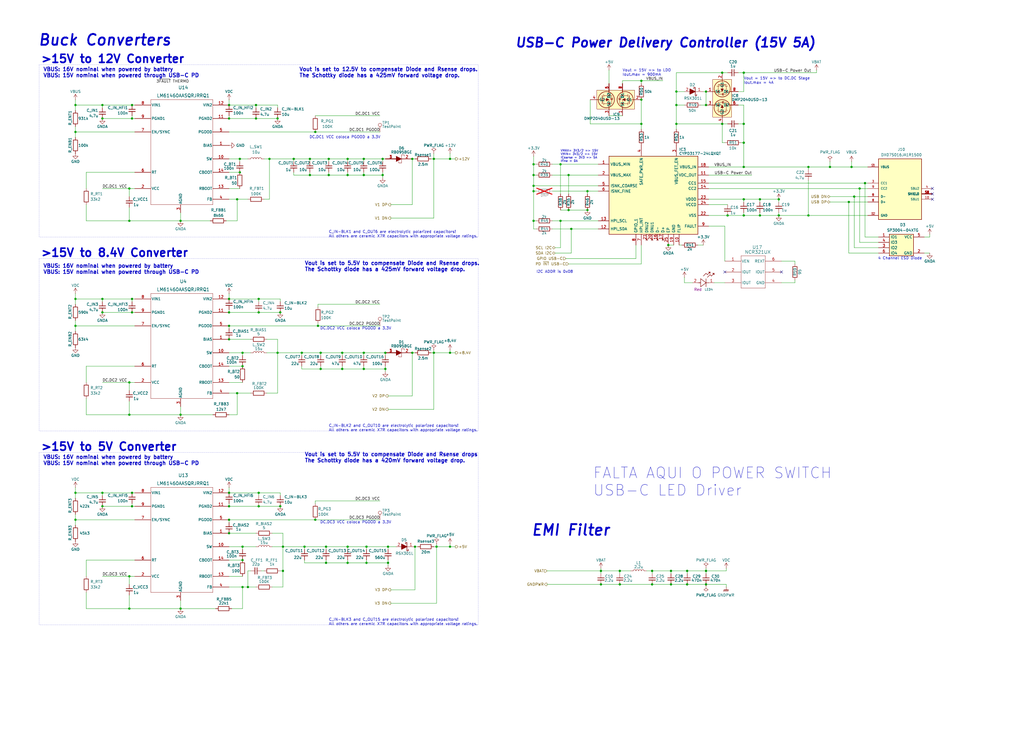
<source format=kicad_sch>
(kicad_sch (version 20250114) (generator "eeschema") (generator_version "9.0")
  (paper "User" 482.6 355.6)
  (rectangle (start 18.415 121.92) (end 225.425 203.2) (stroke (width 0) (type dot)))
  (rectangle (start 18.415 30.48) (end 225.425 111.76) (stroke (width 0) (type dot)))
  (rectangle (start 18.415 213.36) (end 225.425 294.64) (stroke (width 0) (type dot)))
  (text "Vout is set to 12.5V to compensate Diode and Rsense drops.\nThe Schottky diode has a 425mV forward voltage drop." (at 140.97 34.29 0) (effects (font (size 1.778 1.778) (thickness 0.3556) (bold yes)) (justify left)))
  (text "DC.DC1 VCC coloca PGOOD a 3.3V\n" (at 162.56 64.77 0) (effects (font (size 1.27 1.27))))
  (text ">15V to 12V Converter" (at 19.05 27.94 0) (effects (font (size 3.81 3.81) (thickness 0.762) (bold yes)) (justify left)))
  (text "C_IN-BLK1 and C_OUT6 are electrolytic polarized capacitors!\nAll others are ceramic X7R capacitors with appropriate voltage ratings." (at 154.94 110.49 0) (effects (font (size 1.27 1.27)) (justify left)))
  (text "VMAX= 3V3/2 => 15V\nVMIN= 3V3/2 => 15V\nICoarse = 3V3 => 5A\nIfine = 0A" (at 264.16 73.66 0) (effects (font (size 1.016 1.016)) (justify left)))
  (text "4 Channel ESD Diode" (at 424.18 121.92 0) (effects (font (size 1.27 1.27))))
  (text "VBUS: 16V nominal when powered by battery\nVBUS: 15V nominal when powered through USB-C PD\n" (at 20.32 34.29 0) (effects (font (size 1.778 1.778) (thickness 0.3556) (bold yes)) (justify left)))
  (text "C_IN-BLK3 and C_OUT15 are electrolytic polarized capacitors!\nAll others are ceramic X7R capacitors with appropriate voltage ratings." (at 154.94 293.37 0) (effects (font (size 1.27 1.27)) (justify left)))
  (text "DC.DC3 VCC coloca PGOOD a 3.3V\n" (at 167.64 246.38 0) (effects (font (size 1.27 1.27))))
  (text "I2C ADDR is 0x08" (at 252.73 128.27 0) (effects (font (size 1.27 1.27)) (justify left)))
  (text "Vout is set to 5.5V to compensate Diode and Rsense drops\nThe Schottky diode has a 420mV forward voltage drop." (at 143.51 215.9 0) (effects (font (size 1.778 1.778) (thickness 0.3556) (bold yes)) (justify left)))
  (text "FALTA AQUI O POWER SWITCH\nUSB-C LED Driver\n" (at 279.4 227.33 0) (effects (font (size 5.08 5.08)) (justify left)))
  (text ">15V to 8.4V Converter" (at 19.05 119.38 0) (effects (font (size 3.81 3.81) (thickness 0.762) (bold yes)) (justify left)))
  (text "Vout is set to 5.5V to compensate Diode and Rsense drops.\nThe Schottky diode has a 425mV forward voltage drop." (at 143.51 125.73 0) (effects (font (size 1.778 1.778) (thickness 0.3556) (bold yes)) (justify left)))
  (text "Vout = 15V => to DC.DC Stage\nIout.max = 4A" (at 350.52 38.1 0) (effects (font (size 1.27 1.27)) (justify left)))
  (text "VBUS: 16V nominal when powered by battery\nVBUS: 15V nominal when powered through USB-C PD\n" (at 20.32 217.17 0) (effects (font (size 1.778 1.778) (thickness 0.3556) (bold yes)) (justify left)))
  (text "DC.DC2 VCC coloca PGOOD a 3.3V\n" (at 167.64 154.94 0) (effects (font (size 1.27 1.27))))
  (text ">15V to 5V Converter" (at 19.05 210.82 0) (effects (font (size 3.81 3.81) (thickness 0.762) (bold yes)) (justify left)))
  (text "C_IN-BLK2 and C_OUT10 are electrolytic polarized capacitors!\nAll others are ceramic X7R capacitors with appropriate voltage ratings." (at 154.94 201.93 0) (effects (font (size 1.27 1.27)) (justify left)))
  (text "Buck Converters" (at 17.78 19.05 0) (effects (font (size 5.08 5.08) (thickness 0.8636) (bold yes) (italic yes)) (justify left)))
  (text "USB-C Power Delivery Controller (15V 5A)\n" (at 242.57 20.32 0) (effects (font (size 4.318 4.318) (thickness 0.8636) (bold yes) (italic yes)) (justify left)))
  (text "VBUS: 16V nominal when powered by battery\nVBUS: 15V nominal when powered through USB-C PD\n" (at 20.32 127 0) (effects (font (size 1.778 1.778) (thickness 0.3556) (bold yes)) (justify left)))
  (text "Vout = 15V => to LDO\nIout.max = 900mA" (at 293.37 34.29 0) (effects (font (size 1.27 1.27)) (justify left)))
  (text "EMI Filter" (at 250.19 250.19 0) (effects (font (size 5.08 5.08) (thickness 0.8636) (bold yes) (italic yes)) (justify left)))
  (junction (at 381 78.74))
  (junction (at 114.3 264.16))
  (junction (at 107.95 245.11))
  (junction (at 35.56 245.11))
  (junction (at 154.94 82.55))
  (junction (at 171.45 166.37))
  (junction (at 113.03 81.28))
  (junction (at 121.92 238.76))
  (junction (at 318.77 49.53))
  (junction (at 151.13 166.37))
  (junction (at 267.97 99.06))
  (junction (at 62.23 232.41))
  (junction (at 60.96 180.34))
  (junction (at 146.05 82.55))
  (junction (at 130.81 55.88))
  (junction (at 153.67 265.43))
  (junction (at 182.88 265.43))
  (junction (at 35.56 49.53))
  (junction (at 171.45 74.93))
  (junction (at 60.96 88.9))
  (junction (at 85.09 104.14))
  (junction (at 143.51 257.81))
  (junction (at 161.29 166.37))
  (junction (at 267.97 82.55))
  (junction (at 48.26 55.88))
  (junction (at 194.31 74.93))
  (junction (at 180.34 74.93))
  (junction (at 302.26 58.42))
  (junction (at 163.83 82.55))
  (junction (at 114.3 172.72))
  (junction (at 35.56 232.41))
  (junction (at 163.83 257.81))
  (junction (at 62.23 140.97))
  (junction (at 114.3 166.37))
  (junction (at 251.46 82.55))
  (junction (at 120.65 55.88))
  (junction (at 402.59 92.71))
  (junction (at 276.86 90.17))
  (junction (at 60.96 104.14))
  (junction (at 212.09 74.93))
  (junction (at 251.46 87.63))
  (junction (at 350.52 93.98))
  (junction (at 120.65 49.53))
  (junction (at 391.16 78.74))
  (junction (at 350.52 78.74))
  (junction (at 350.52 34.29))
  (junction (at 35.56 62.23))
  (junction (at 314.96 115.57))
  (junction (at 127 74.93))
  (junction (at 149.86 153.67))
  (junction (at 251.46 90.17))
  (junction (at 350.52 67.31))
  (junction (at 332.74 275.59))
  (junction (at 205.74 257.81))
  (junction (at 332.74 43.18))
  (junction (at 107.95 160.02))
  (junction (at 381 101.6))
  (junction (at 133.35 269.24))
  (junction (at 340.36 58.42))
  (junction (at 181.61 166.37))
  (junction (at 148.59 62.23))
  (junction (at 107.95 238.76))
  (junction (at 121.92 232.41))
  (junction (at 316.23 269.24))
  (junction (at 85.09 287.02))
  (junction (at 116.84 276.86))
  (junction (at 307.34 275.59))
  (junction (at 48.26 140.97))
  (junction (at 171.45 173.99))
  (junction (at 264.16 77.47))
  (junction (at 182.88 257.81))
  (junction (at 111.76 93.98))
  (junction (at 107.95 147.32))
  (junction (at 332.74 269.24))
  (junction (at 114.3 257.81))
  (junction (at 323.85 269.24))
  (junction (at 367.03 93.98))
  (junction (at 48.26 232.41))
  (junction (at 302.26 46.99))
  (junction (at 181.61 173.99))
  (junction (at 60.96 195.58))
  (junction (at 132.08 147.32))
  (junction (at 269.24 107.95))
  (junction (at 212.09 257.81))
  (junction (at 121.92 147.32))
  (junction (at 163.83 265.43))
  (junction (at 60.96 271.78))
  (junction (at 154.94 74.93))
  (junction (at 401.32 78.74))
  (junction (at 138.43 74.93))
  (junction (at 62.23 49.53))
  (junction (at 195.58 257.81))
  (junction (at 111.76 185.42))
  (junction (at 62.23 238.76))
  (junction (at 130.81 166.37))
  (junction (at 114.3 276.86))
  (junction (at 283.21 269.24))
  (junction (at 161.29 173.99))
  (junction (at 407.67 86.36))
  (junction (at 148.59 245.11))
  (junction (at 367.03 101.6))
  (junction (at 358.14 93.98))
  (junction (at 163.83 74.93))
  (junction (at 283.21 275.59))
  (junction (at 340.36 34.29))
  (junction (at 276.86 99.06))
  (junction (at 292.1 269.24))
  (junction (at 107.95 140.97))
  (junction (at 194.31 166.37))
  (junction (at 48.26 49.53))
  (junction (at 62.23 147.32))
  (junction (at 151.13 173.99))
  (junction (at 48.26 147.32))
  (junction (at 62.23 55.88))
  (junction (at 318.77 43.18))
  (junction (at 180.34 82.55))
  (junction (at 400.05 95.25))
  (junction (at 204.47 74.93))
  (junction (at 405.13 88.9))
  (junction (at 121.92 140.97))
  (junction (at 113.03 74.93))
  (junction (at 350.52 58.42))
  (junction (at 316.23 275.59))
  (junction (at 153.67 257.81))
  (junction (at 212.09 166.37))
  (junction (at 85.09 195.58))
  (junction (at 302.26 38.1))
  (junction (at 358.14 101.6))
  (junction (at 132.08 238.76))
  (junction (at 251.46 104.14))
  (junction (at 133.35 257.81))
  (junction (at 332.74 49.53))
  (junction (at 292.1 275.59))
  (junction (at 107.95 232.41))
  (junction (at 107.95 251.46))
  (junction (at 342.9 101.6))
  (junction (at 323.85 275.59))
  (junction (at 107.95 153.67))
  (junction (at 264.16 104.14))
  (junction (at 35.56 153.67))
  (junction (at 350.52 101.6))
  (junction (at 251.46 77.47))
  (junction (at 142.24 166.37))
  (junction (at 107.95 55.88))
  (junction (at 146.05 74.93))
  (junction (at 307.34 269.24))
  (junction (at 172.72 257.81))
  (junction (at 35.56 140.97))
  (junction (at 60.96 287.02))
  (junction (at 171.45 82.55))
  (junction (at 318.77 58.42))
  (junction (at 48.26 238.76))
  (junction (at 204.47 166.37))
  (junction (at 107.95 49.53))
  (junction (at 172.72 265.43))
  (no_connect (at 439.42 93.98))
  (no_connect (at 439.42 88.9))
  (no_connect (at 439.42 91.44))
  (no_connect (at 368.3 128.27))
  (no_connect (at 341.63 128.27))
  (wire (pts (xy 267.97 82.55) (xy 281.94 82.55)))
  (wire (pts (xy 125.73 160.02) (xy 130.81 160.02)))
  (wire (pts (xy 107.95 93.98) (xy 111.76 93.98)))
  (wire (pts (xy 107.95 49.53) (xy 120.65 49.53)))
  (wire (pts (xy 342.265 267.97) (xy 342.265 269.24)))
  (wire (pts (xy 181.61 74.93) (xy 180.34 74.93)))
  (wire (pts (xy 62.23 142.24) (xy 62.23 140.97)))
  (wire (pts (xy 318.77 49.53) (xy 318.77 43.18)))
  (wire (pts (xy 314.96 115.57) (xy 317.5 115.57)))
  (wire (pts (xy 125.73 185.42) (xy 130.81 185.42)))
  (wire (pts (xy 114.3 166.37) (xy 118.11 166.37)))
  (wire (pts (xy 251.46 77.47) (xy 252.73 77.47)))
  (wire (pts (xy 400.05 119.38) (xy 400.05 95.25)))
  (wire (pts (xy 121.92 232.41) (xy 132.08 232.41)))
  (wire (pts (xy 334.01 82.55) (xy 354.33 82.55)))
  (wire (pts (xy 260.35 107.95) (xy 269.24 107.95)))
  (wire (pts (xy 302.26 38.1) (xy 312.42 38.1)))
  (wire (pts (xy 133.35 257.81) (xy 133.35 269.24)))
  (wire (pts (xy 340.36 34.29) (xy 342.9 34.29)))
  (wire (pts (xy 276.86 90.17) (xy 276.86 91.44)))
  (wire (pts (xy 171.45 173.99) (xy 181.61 173.99)))
  (wire (pts (xy 358.14 100.33) (xy 358.14 101.6)))
  (wire (pts (xy 334.01 78.74) (xy 350.52 78.74)))
  (wire (pts (xy 125.73 166.37) (xy 130.81 166.37)))
  (wire (pts (xy 283.21 269.24) (xy 292.1 269.24)))
  (wire (pts (xy 111.76 93.98) (xy 111.76 104.14)))
  (wire (pts (xy 252.73 107.95) (xy 251.46 107.95)))
  (wire (pts (xy 204.47 166.37) (xy 204.47 193.04)))
  (wire (pts (xy 146.05 74.93) (xy 146.05 76.2)))
  (wire (pts (xy 350.52 78.74) (xy 381 78.74)))
  (wire (pts (xy 35.56 138.43) (xy 35.56 140.97)))
  (wire (pts (xy 182.88 186.69) (xy 194.31 186.69)))
  (wire (pts (xy 334.01 106.68) (xy 341.63 106.68)))
  (wire (pts (xy 184.15 96.52) (xy 194.31 96.52)))
  (wire (pts (xy 302.26 58.42) (xy 302.26 60.96)))
  (wire (pts (xy 116.84 269.24) (xy 116.84 276.86)))
  (wire (pts (xy 107.95 140.97) (xy 121.92 140.97)))
  (wire (pts (xy 111.76 185.42) (xy 111.76 195.58)))
  (wire (pts (xy 350.52 67.31) (xy 349.25 67.31)))
  (wire (pts (xy 438.15 119.38) (xy 435.61 119.38)))
  (wire (pts (xy 322.58 49.53) (xy 318.77 49.53)))
  (wire (pts (xy 132.08 140.97) (xy 132.08 142.24)))
  (wire (pts (xy 133.35 251.46) (xy 133.35 257.81)))
  (wire (pts (xy 358.14 93.98) (xy 358.14 95.25)))
  (wire (pts (xy 251.46 87.63) (xy 281.94 87.63)))
  (wire (pts (xy 402.59 116.84) (xy 402.59 92.71)))
  (wire (pts (xy 358.14 101.6) (xy 367.03 101.6)))
  (wire (pts (xy 35.56 245.11) (xy 35.56 242.57)))
  (wire (pts (xy 212.09 165.1) (xy 212.09 166.37)))
  (wire (pts (xy 63.5 153.67) (xy 35.56 153.67)))
  (wire (pts (xy 323.85 269.24) (xy 332.74 269.24)))
  (wire (pts (xy 35.56 140.97) (xy 35.56 143.51)))
  (wire (pts (xy 316.23 275.59) (xy 323.85 275.59)))
  (wire (pts (xy 332.74 267.97) (xy 332.74 269.24)))
  (wire (pts (xy 138.43 82.55) (xy 146.05 82.55)))
  (wire (pts (xy 107.95 276.86) (xy 114.3 276.86)))
  (wire (pts (xy 391.16 92.71) (xy 402.59 92.71)))
  (wire (pts (xy 107.95 62.23) (xy 148.59 62.23)))
  (wire (pts (xy 154.94 74.93) (xy 154.94 76.2)))
  (wire (pts (xy 35.56 245.11) (xy 35.56 247.65)))
  (wire (pts (xy 48.26 140.97) (xy 62.23 140.97)))
  (wire (pts (xy 318.77 58.42) (xy 318.77 60.96)))
  (wire (pts (xy 120.65 55.88) (xy 107.95 55.88)))
  (wire (pts (xy 182.88 257.81) (xy 186.69 257.81)))
  (wire (pts (xy 212.09 74.93) (xy 214.63 74.93)))
  (wire (pts (xy 148.59 245.11) (xy 179.07 245.11)))
  (wire (pts (xy 405.13 114.3) (xy 414.02 114.3)))
  (wire (pts (xy 161.29 166.37) (xy 161.29 167.64)))
  (wire (pts (xy 400.05 119.38) (xy 414.02 119.38)))
  (wire (pts (xy 251.46 87.63) (xy 251.46 90.17)))
  (wire (pts (xy 322.58 133.35) (xy 326.39 133.35)))
  (wire (pts (xy 40.64 88.9) (xy 40.64 81.28)))
  (wire (pts (xy 148.59 236.22) (xy 179.07 236.22)))
  (wire (pts (xy 302.26 58.42) (xy 278.13 58.42)))
  (wire (pts (xy 350.52 93.98) (xy 350.52 95.25)))
  (wire (pts (xy 130.81 166.37) (xy 142.24 166.37)))
  (wire (pts (xy 163.83 265.43) (xy 172.72 265.43)))
  (wire (pts (xy 307.34 269.24) (xy 316.23 269.24)))
  (wire (pts (xy 107.95 271.78) (xy 114.3 271.78)))
  (wire (pts (xy 128.27 257.81) (xy 133.35 257.81)))
  (wire (pts (xy 85.09 195.58) (xy 85.09 191.77)))
  (wire (pts (xy 194.31 166.37) (xy 194.31 186.69)))
  (wire (pts (xy 142.24 166.37) (xy 142.24 167.64)))
  (wire (pts (xy 35.56 62.23) (xy 35.56 59.69)))
  (wire (pts (xy 107.95 185.42) (xy 111.76 185.42)))
  (wire (pts (xy 391.16 76.2) (xy 391.16 78.74)))
  (wire (pts (xy 161.29 173.99) (xy 171.45 173.99)))
  (wire (pts (xy 48.26 49.53) (xy 62.23 49.53)))
  (wire (pts (xy 107.95 245.11) (xy 148.59 245.11)))
  (wire (pts (xy 322.58 130.81) (xy 322.58 133.35)))
  (wire (pts (xy 107.95 146.05) (xy 107.95 147.32)))
  (wire (pts (xy 332.74 275.59) (xy 342.265 275.59)))
  (wire (pts (xy 35.56 49.53) (xy 48.26 49.53)))
  (wire (pts (xy 318.77 34.29) (xy 340.36 34.29)))
  (wire (pts (xy 350.52 101.6) (xy 358.14 101.6)))
  (wire (pts (xy 106.68 104.14) (xy 111.76 104.14)))
  (wire (pts (xy 171.45 74.93) (xy 180.34 74.93)))
  (wire (pts (xy 48.26 232.41) (xy 48.26 233.68)))
  (wire (pts (xy 323.85 269.24) (xy 323.85 270.51)))
  (wire (pts (xy 40.64 180.34) (xy 40.64 172.72)))
  (wire (pts (xy 400.05 95.25) (xy 408.94 95.25)))
  (wire (pts (xy 374.65 133.35) (xy 374.65 132.08)))
  (wire (pts (xy 114.3 259.08) (xy 114.3 257.81)))
  (wire (pts (xy 336.55 133.35) (xy 341.63 133.35)))
  (wire (pts (xy 121.92 140.97) (xy 132.08 140.97)))
  (wire (pts (xy 438.15 110.49) (xy 438.15 111.76)))
  (wire (pts (xy 402.59 116.84) (xy 414.02 116.84)))
  (wire (pts (xy 60.96 184.15) (xy 60.96 180.34)))
  (wire (pts (xy 182.88 265.43) (xy 182.88 266.7)))
  (wire (pts (xy 251.46 82.55) (xy 251.46 87.63)))
  (wire (pts (xy 302.26 46.99) (xy 302.26 58.42)))
  (wire (pts (xy 368.3 123.19) (xy 374.65 123.19)))
  (wire (pts (xy 257.81 269.24) (xy 283.21 269.24)))
  (wire (pts (xy 107.95 172.72) (xy 114.3 172.72)))
  (wire (pts (xy 260.35 104.14) (xy 264.16 104.14)))
  (wire (pts (xy 121.92 147.32) (xy 132.08 147.32)))
  (wire (pts (xy 266.7 121.92) (xy 299.72 121.92)))
  (wire (pts (xy 269.24 107.95) (xy 281.94 107.95)))
  (wire (pts (xy 391.16 78.74) (xy 401.32 78.74)))
  (wire (pts (xy 63.5 232.41) (xy 62.23 232.41)))
  (wire (pts (xy 334.01 86.36) (xy 407.67 86.36)))
  (wire (pts (xy 149.86 143.51) (xy 179.07 143.51)))
  (wire (pts (xy 161.29 166.37) (xy 171.45 166.37)))
  (wire (pts (xy 350.52 58.42) (xy 350.52 67.31)))
  (wire (pts (xy 48.26 232.41) (xy 62.23 232.41)))
  (wire (pts (xy 283.21 275.59) (xy 292.1 275.59)))
  (wire (pts (xy 116.84 269.24) (xy 118.11 269.24)))
  (wire (pts (xy 402.59 92.71) (xy 408.94 92.71)))
  (wire (pts (xy 60.96 189.23) (xy 60.96 195.58)))
  (wire (pts (xy 212.09 72.39) (xy 212.09 74.93)))
  (wire (pts (xy 264.16 99.06) (xy 267.97 99.06)))
  (wire (pts (xy 350.52 34.29) (xy 384.81 34.29)))
  (wire (pts (xy 35.56 232.41) (xy 35.56 234.95)))
  (wire (pts (xy 153.67 257.81) (xy 163.83 257.81)))
  (wire (pts (xy 107.95 232.41) (xy 121.92 232.41)))
  (wire (pts (xy 299.72 115.57) (xy 299.72 121.92)))
  (wire (pts (xy 107.95 264.16) (xy 114.3 264.16)))
  (wire (pts (xy 381 78.74) (xy 391.16 78.74)))
  (wire (pts (xy 151.13 166.37) (xy 161.29 166.37)))
  (wire (pts (xy 293.37 38.1) (xy 302.26 38.1)))
  (wire (pts (xy 133.35 269.24) (xy 133.35 276.86)))
  (wire (pts (xy 35.56 232.41) (xy 48.26 232.41)))
  (wire (pts (xy 304.8 269.24) (xy 307.34 269.24)))
  (wire (pts (xy 267.97 124.46) (xy 302.26 124.46)))
  (wire (pts (xy 142.24 173.99) (xy 142.24 172.72)))
  (wire (pts (xy 63.5 140.97) (xy 62.23 140.97)))
  (wire (pts (xy 204.47 74.93) (xy 204.47 102.87)))
  (wire (pts (xy 146.05 82.55) (xy 154.94 82.55)))
  (wire (pts (xy 194.31 74.93) (xy 194.31 96.52)))
  (wire (pts (xy 107.95 229.87) (xy 107.95 232.41)))
  (wire (pts (xy 107.95 46.99) (xy 107.95 49.53)))
  (wire (pts (xy 180.34 82.55) (xy 180.34 81.28)))
  (wire (pts (xy 107.95 138.43) (xy 107.95 140.97)))
  (wire (pts (xy 35.56 140.97) (xy 48.26 140.97)))
  (wire (pts (xy 85.09 195.58) (xy 100.33 195.58)))
  (wire (pts (xy 120.65 49.53) (xy 120.65 50.8)))
  (wire (pts (xy 332.74 275.59) (xy 332.74 276.225)))
  (wire (pts (xy 316.23 269.24) (xy 323.85 269.24)))
  (wire (pts (xy 278.13 58.42) (xy 278.13 46.99)))
  (wire (pts (xy 374.65 123.19) (xy 374.65 124.46)))
  (wire (pts (xy 142.24 173.99) (xy 151.13 173.99)))
  (wire (pts (xy 283.21 269.24) (xy 283.21 270.51)))
  (wire (pts (xy 121.92 232.41) (xy 121.92 233.68)))
  (wire (pts (xy 203.2 166.37) (xy 204.47 166.37)))
  (wire (pts (xy 276.86 90.17) (xy 281.94 90.17)))
  (wire (pts (xy 407.67 86.36) (xy 408.94 86.36)))
  (wire (pts (xy 205.74 256.54) (xy 205.74 257.81)))
  (wire (pts (xy 251.46 90.17) (xy 252.73 90.17)))
  (wire (pts (xy 132.08 232.41) (xy 132.08 233.68)))
  (wire (pts (xy 205.74 257.81) (xy 212.09 257.81)))
  (wire (pts (xy 171.45 81.28) (xy 171.45 82.55)))
  (wire (pts (xy 322.58 43.18) (xy 318.77 43.18)))
  (wire (pts (xy 143.51 265.43) (xy 143.51 264.16)))
  (wire (pts (xy 62.23 54.61) (xy 62.23 55.88)))
  (wire (pts (xy 341.63 106.68) (xy 341.63 123.19)))
  (wire (pts (xy 205.74 257.81) (xy 205.74 284.48)))
  (wire (pts (xy 107.95 88.9) (xy 113.03 88.9)))
  (wire (pts (xy 332.74 269.24) (xy 342.265 269.24)))
  (wire (pts (xy 48.26 238.76) (xy 62.23 238.76)))
  (wire (pts (xy 171.45 82.55) (xy 180.34 82.55)))
  (wire (pts (xy 182.88 265.43) (xy 182.88 264.16)))
  (wire (pts (xy 148.59 236.22) (xy 148.59 237.49)))
  (wire (pts (xy 180.34 74.93) (xy 180.34 76.2)))
  (wire (pts (xy 48.26 147.32) (xy 62.23 147.32)))
  (wire (pts (xy 334.01 96.52) (xy 342.9 96.52)))
  (wire (pts (xy 292.1 275.59) (xy 307.34 275.59)))
  (wire (pts (xy 40.64 195.58) (xy 60.96 195.58)))
  (wire (pts (xy 48.26 49.53) (xy 48.26 50.8)))
  (wire (pts (xy 293.37 38.1) (xy 293.37 39.37)))
  (wire (pts (xy 107.95 257.81) (xy 114.3 257.81)))
  (wire (pts (xy 180.34 82.55) (xy 180.34 83.82)))
  (wire (pts (xy 381 101.6) (xy 408.94 101.6)))
  (wire (pts (xy 62.23 238.76) (xy 63.5 238.76)))
  (wire (pts (xy 107.95 153.67) (xy 107.95 154.94)))
  (wire (pts (xy 181.61 166.37) (xy 181.61 167.64)))
  (wire (pts (xy 438.15 111.76) (xy 435.61 111.76)))
  (wire (pts (xy 350.52 34.29) (xy 347.98 34.29)))
  (wire (pts (xy 154.94 81.28) (xy 154.94 82.55)))
  (wire (pts (xy 62.23 55.88) (xy 63.5 55.88)))
  (wire (pts (xy 85.09 287.02) (xy 101.6 287.02)))
  (wire (pts (xy 350.52 58.42) (xy 350.52 49.53)))
  (wire (pts (xy 107.95 153.67) (xy 149.86 153.67)))
  (wire (pts (xy 63.5 245.11) (xy 35.56 245.11)))
  (wire (pts (xy 342.9 58.42) (xy 340.36 58.42)))
  (wire (pts (xy 107.95 160.02) (xy 118.11 160.02)))
  (wire (pts (xy 316.23 269.24) (xy 316.23 270.51)))
  (wire (pts (xy 114.3 276.86) (xy 116.84 276.86)))
  (wire (pts (xy 143.51 257.81) (xy 143.51 259.08)))
  (wire (pts (xy 172.72 264.16) (xy 172.72 265.43)))
  (wire (pts (xy 195.58 257.81) (xy 195.58 278.13)))
  (wire (pts (xy 128.27 251.46) (xy 133.35 251.46)))
  (wire (pts (xy 381 80.01) (xy 381 78.74)))
  (wire (pts (xy 62.23 237.49) (xy 62.23 238.76)))
  (wire (pts (xy 107.95 147.32) (xy 121.92 147.32)))
  (wire (pts (xy 146.05 74.93) (xy 154.94 74.93)))
  (wire (pts (xy 113.03 76.2) (xy 113.03 74.93)))
  (wire (pts (xy 342.9 101.6) (xy 350.52 101.6)))
  (wire (pts (xy 121.92 238.76) (xy 132.08 238.76)))
  (wire (pts (xy 114.3 167.64) (xy 114.3 166.37)))
  (wire (pts (xy 60.96 88.9) (xy 63.5 88.9)))
  (wire (pts (xy 163.83 82.55) (xy 171.45 82.55)))
  (wire (pts (xy 40.64 287.02) (xy 40.64 279.4)))
  (wire (pts (xy 184.15 284.48) (xy 205.74 284.48)))
  (wire (pts (xy 212.09 256.54) (xy 212.09 257.81)))
  (wire (pts (xy 264.16 77.47) (xy 281.94 77.47)))
  (wire (pts (xy 35.56 153.67) (xy 35.56 156.21)))
  (wire (pts (xy 107.95 180.34) (xy 114.3 180.34)))
  (wire (pts (xy 163.83 81.28) (xy 163.83 82.55)))
  (wire (pts (xy 148.59 54.61) (xy 179.07 54.61)))
  (wire (pts (xy 40.64 271.78) (xy 40.64 264.16)))
  (wire (pts (xy 407.67 111.76) (xy 414.02 111.76)))
  (wire (pts (xy 307.34 269.24) (xy 307.34 270.51)))
  (wire (pts (xy 251.46 104.14) (xy 252.73 104.14)))
  (wire (pts (xy 323.85 275.59) (xy 332.74 275.59)))
  (wire (pts (xy 368.3 133.35) (xy 374.65 133.35)))
  (wire (pts (xy 149.86 153.67) (xy 179.07 153.67)))
  (wire (pts (xy 60.96 280.67) (xy 60.96 287.02)))
  (wire (pts (xy 116.84 276.86) (xy 120.65 276.86)))
  (wire (pts (xy 340.36 67.31) (xy 340.36 58.42)))
  (wire (pts (xy 107.95 74.93) (xy 113.03 74.93)))
  (wire (pts (xy 171.45 74.93) (xy 171.45 76.2)))
  (wire (pts (xy 48.26 180.34) (xy 60.96 180.34)))
  (wire (pts (xy 111.76 185.42) (xy 118.11 185.42)))
  (wire (pts (xy 85.09 104.14) (xy 99.06 104.14)))
  (wire (pts (xy 60.96 271.78) (xy 63.5 271.78)))
  (wire (pts (xy 113.03 74.93) (xy 116.84 74.93)))
  (wire (pts (xy 269.24 107.95) (xy 269.24 119.38)))
  (wire (pts (xy 260.35 82.55) (xy 267.97 82.55)))
  (wire (pts (xy 307.34 275.59) (xy 316.23 275.59)))
  (wire (pts (xy 60.96 180.34) (xy 63.5 180.34)))
  (wire (pts (xy 130.81 49.53) (xy 130.81 50.8)))
  (wire (pts (xy 350.52 93.98) (xy 358.14 93.98)))
  (wire (pts (xy 62.23 147.32) (xy 63.5 147.32)))
  (wire (pts (xy 332.74 269.24) (xy 332.74 270.51)))
  (wire (pts (xy 204.47 74.93) (xy 212.09 74.93)))
  (wire (pts (xy 332.74 43.18) (xy 331.47 43.18)))
  (wire (pts (xy 292.1 269.24) (xy 292.1 270.51)))
  (wire (pts (xy 63.5 62.23) (xy 35.56 62.23)))
  (wire (pts (xy 85.09 287.02) (xy 85.09 283.21)))
  (wire (pts (xy 283.21 267.97) (xy 283.21 269.24)))
  (wire (pts (xy 171.45 166.37) (xy 181.61 166.37)))
  (wire (pts (xy 109.22 287.02) (xy 114.3 287.02)))
  (wire (pts (xy 204.47 165.1) (xy 204.47 166.37)))
  (wire (pts (xy 184.15 278.13) (xy 195.58 278.13)))
  (wire (pts (xy 184.15 102.87) (xy 204.47 102.87)))
  (wire (pts (xy 204.47 166.37) (xy 212.09 166.37)))
  (wire (pts (xy 293.37 54.61) (xy 287.02 54.61)))
  (wire (pts (xy 405.13 88.9) (xy 408.94 88.9)))
  (wire (pts (xy 60.96 104.14) (xy 85.09 104.14)))
  (wire (pts (xy 143.51 257.81) (xy 153.67 257.81)))
  (wire (pts (xy 127 74.93) (xy 127 93.98)))
  (wire (pts (xy 260.35 77.47) (xy 264.16 77.47)))
  (wire (pts (xy 350.52 49.53) (xy 347.98 49.53)))
  (wire (pts (xy 212.09 257.81) (xy 214.63 257.81)))
  (wire (pts (xy 60.96 97.79) (xy 60.96 104.14)))
  (wire (pts (xy 405.13 114.3) (xy 405.13 88.9)))
  (wire (pts (xy 318.77 43.18) (xy 318.77 34.29)))
  (wire (pts (xy 260.35 90.17) (xy 276.86 90.17)))
  (wire (pts (xy 114.3 276.86) (xy 114.3 287.02)))
  (wire (pts (xy 163.83 257.81) (xy 172.72 257.81)))
  (wire (pts (xy 350.52 58.42) (xy 347.98 58.42)))
  (wire (pts (xy 391.16 95.25) (xy 400.05 95.25)))
  (wire (pts (xy 172.72 257.81) (xy 172.72 259.08)))
  (wire (pts (xy 261.62 116.84) (xy 264.16 116.84)))
  (wire (pts (xy 195.58 257.81) (xy 196.85 257.81)))
  (wire (pts (xy 264.16 104.14) (xy 281.94 104.14)))
  (wire (pts (xy 341.63 67.31) (xy 340.36 67.31)))
  (wire (pts (xy 358.14 93.98) (xy 367.03 93.98)))
  (wire (pts (xy 367.03 93.98) (xy 367.03 95.25)))
  (wire (pts (xy 142.24 166.37) (xy 151.13 166.37)))
  (wire (pts (xy 267.97 99.06) (xy 276.86 99.06)))
  (wire (pts (xy 40.64 264.16) (xy 63.5 264.16)))
  (wire (pts (xy 60.96 92.71) (xy 60.96 88.9)))
  (wire (pts (xy 401.32 78.74) (xy 408.94 78.74)))
  (wire (pts (xy 302.26 115.57) (xy 302.26 124.46)))
  (wire (pts (xy 151.13 173.99) (xy 161.29 173.99)))
  (wire (pts (xy 172.72 257.81) (xy 182.88 257.81)))
  (wire (pts (xy 334.01 88.9) (xy 405.13 88.9)))
  (wire (pts (xy 401.32 76.2) (xy 401.32 78.74)))
  (wire (pts (xy 182.88 257.81) (xy 182.88 259.08)))
  (wire (pts (xy 251.46 77.47) (xy 251.46 82.55)))
  (wire (pts (xy 133.35 257.81) (xy 143.51 257.81)))
  (wire (pts (xy 40.64 287.02) (xy 60.96 287.02)))
  (wire (pts (xy 384.81 33.02) (xy 384.81 34.29)))
  (wire (pts (xy 367.03 101.6) (xy 381 101.6)))
  (wire (pts (xy 107.95 237.49) (xy 107.95 238.76)))
  (wire (pts (xy 40.64 195.58) (xy 40.64 187.96)))
  (wire (pts (xy 367.03 100.33) (xy 367.03 101.6)))
  (wire (pts (xy 172.72 265.43) (xy 182.88 265.43)))
  (wire (pts (xy 127 74.93) (xy 138.43 74.93)))
  (wire (pts (xy 149.86 143.51) (xy 149.86 144.78)))
  (wire (pts (xy 251.46 107.95) (xy 251.46 104.14)))
  (wire (pts (xy 163.83 257.81) (xy 163.83 259.08)))
  (wire (pts (xy 107.95 245.11) (xy 107.95 246.38)))
  (wire (pts (xy 251.46 73.66) (xy 251.46 77.47)))
  (wire (pts (xy 181.61 173.99) (xy 181.61 175.26)))
  (wire (pts (xy 181.61 173.99) (xy 181.61 172.72)))
  (wire (pts (xy 124.46 74.93) (xy 127 74.93)))
  (wire (pts (xy 194.31 166.37) (xy 195.58 166.37)))
  (wire (pts (xy 111.76 93.98) (xy 116.84 93.98)))
  (wire (pts (xy 194.31 74.93) (xy 195.58 74.93)))
  (wire (pts (xy 127 93.98) (xy 124.46 93.98)))
  (wire (pts (xy 334.01 101.6) (xy 342.9 101.6)))
  (wire (pts (xy 124.46 269.24) (xy 123.19 269.24)))
  (wire (pts (xy 149.86 152.4) (xy 149.86 153.67)))
  (wire (pts (xy 153.67 265.43) (xy 163.83 265.43)))
  (wire (pts (xy 120.65 55.88) (xy 130.81 55.88)))
  (wire (pts (xy 107.95 251.46) (xy 120.65 251.46)))
  (wire (pts (xy 171.45 172.72) (xy 171.45 173.99)))
  (wire (pts (xy 332.74 49.53) (xy 330.2 49.53)))
  (wire (pts (xy 381 85.09) (xy 381 101.6)))
  (wire (pts (xy 350.52 67.31) (xy 350.52 78.74)))
  (wire (pts (xy 60.96 195.58) (xy 85.09 195.58)))
  (wire (pts (xy 257.81 275.59) (xy 283.21 275.59)))
  (wire (pts (xy 107.95 238.76) (xy 121.92 238.76)))
  (wire (pts (xy 261.62 119.38) (xy 269.24 119.38)))
  (wire (pts (xy 407.67 86.36) (xy 407.67 111.76)))
  (wire (pts (xy 143.51 265.43) (xy 153.67 265.43)))
  (wire (pts (xy 334.01 93.98) (xy 350.52 93.98)))
  (wire (pts (xy 121.92 140.97) (xy 121.92 142.24)))
  (wire (pts (xy 132.08 269.24) (xy 133.35 269.24)))
  (wire (pts (xy 151.13 166.37) (xy 151.13 167.64)))
  (wire (pts (xy 60.96 275.59) (xy 60.96 271.78)))
  (wire (pts (xy 35.56 46.99) (xy 35.56 49.53)))
  (wire (pts (xy 35.56 49.53) (xy 35.56 52.07)))
  (wire (pts (xy 48.26 55.88) (xy 62.23 55.88)))
  (wire (pts (xy 63.5 49.53) (xy 62.23 49.53)))
  (wire (pts (xy 203.2 74.93) (xy 204.47 74.93)))
  (wire (pts (xy 85.09 100.33) (xy 85.09 104.14)))
  (wire (pts (xy 320.04 115.57) (xy 321.31 115.57)))
  (wire (pts (xy 302.26 38.1) (xy 302.26 39.37)))
  (wire (pts (xy 264.16 77.47) (xy 264.16 91.44)))
  (wire (pts (xy 146.05 82.55) (xy 146.05 81.28)))
  (wire (pts (xy 40.64 81.28) (xy 63.5 81.28)))
  (wire (pts (xy 154.94 82.55) (xy 163.83 82.55)))
  (wire (pts (xy 48.26 271.78) (xy 60.96 271.78)))
  (wire (pts (xy 342.265 275.59) (xy 342.265 276.86)))
  (wire (pts (xy 287.02 33.02) (xy 287.02 39.37)))
  (wire (pts (xy 128.27 276.86) (xy 133.35 276.86)))
  (wire (pts (xy 154.94 74.93) (xy 163.83 74.93)))
  (wire (pts (xy 35.56 229.87) (xy 35.56 232.41)))
  (wire (pts (xy 163.83 264.16) (xy 163.83 265.43)))
  (wire (pts (xy 251.46 82.55) (xy 252.73 82.55)))
  (wire (pts (xy 151.13 172.72) (xy 151.13 173.99)))
  (wire (pts (xy 328.93 115.57) (xy 331.47 115.57)))
  (wire (pts (xy 153.67 257.81) (xy 153.67 259.08)))
  (wire (pts (xy 264.16 104.14) (xy 264.16 116.84)))
  (wire (pts (xy 107.95 195.58) (xy 111.76 195.58)))
  (wire (pts (xy 138.43 74.93) (xy 146.05 74.93)))
  (wire (pts (xy 114.3 257.81) (xy 120.65 257.81)))
  (wire (pts (xy 48.26 88.9) (xy 60.96 88.9)))
  (wire (pts (xy 60.96 287.02) (xy 85.09 287.02)))
  (wire (pts (xy 318.77 58.42) (xy 318.77 49.53)))
  (wire (pts (xy 107.95 54.61) (xy 107.95 55.88)))
  (wire (pts (xy 130.81 166.37) (xy 130.81 185.42)))
  (wire (pts (xy 138.43 74.93) (xy 138.43 76.2)))
  (wire (pts (xy 292.1 269.24) (xy 297.18 269.24)))
  (wire (pts (xy 35.56 153.67) (xy 35.56 151.13)))
  (wire (pts (xy 161.29 172.72) (xy 161.29 173.99)))
  (wire (pts (xy 267.97 82.55) (xy 267.97 91.44)))
  (wire (pts (xy 107.95 166.37) (xy 114.3 166.37)))
  (wire (pts (xy 251.46 90.17) (xy 251.46 104.14)))
  (wire (pts (xy 332.74 49.53) (xy 332.74 43.18)))
  (wire (pts (xy 40.64 172.72) (xy 63.5 172.72)))
  (wire (pts (xy 350.52 43.18) (xy 350.52 34.29)))
  (wire (pts (xy 148.59 62.23) (xy 179.07 62.23)))
  (wire (pts (xy 212.09 166.37) (xy 214.63 166.37)))
  (wire (pts (xy 340.36 58.42) (xy 318.77 58.42)))
  (wire (pts (xy 153.67 264.16) (xy 153.67 265.43)))
  (wire (pts (xy 107.95 81.28) (xy 113.03 81.28)))
  (wire (pts (xy 48.26 140.97) (xy 48.26 142.24)))
  (wire (pts (xy 163.83 74.93) (xy 171.45 74.93)))
  (wire (pts (xy 35.56 62.23) (xy 35.56 64.77)))
  (wire (pts (xy 120.65 49.53) (xy 130.81 49.53)))
  (wire (pts (xy 350.52 100.33) (xy 350.52 101.6)))
  (wire (pts (xy 40.64 104.14) (xy 60.96 104.14)))
  (wire (pts (xy 182.88 193.04) (xy 204.47 193.04)))
  (wire (pts (xy 347.98 43.18) (xy 350.52 43.18)))
  (wire (pts (xy 138.43 81.28) (xy 138.43 82.55)))
  (wire (pts (xy 204.47 257.81) (xy 205.74 257.81)))
  (wire (pts (xy 130.81 160.02) (xy 130.81 166.37)))
  (wire (pts (xy 40.64 104.14) (xy 40.64 96.52)))
  (wire (pts (xy 204.47 72.39) (xy 204.47 74.93)))
  (wire (pts (xy 163.83 74.93) (xy 163.83 76.2)))
  (wire (pts (xy 171.45 166.37) (xy 171.45 167.64)))
  (label "DC.DC2 VCC" (at 179.07 143.51 180))
  (label "DC.DC1 VCC" (at 179.07 54.61 180))
  (label "DC.DC2 PGOOD" (at 179.07 153.67 180))
  (label "DC.DC3 VCC" (at 179.07 236.22 180))
  (label "DC.DC3 VCC" (at 48.26 271.78 0))
  (label "3~{FAULT} THERMO" (at 73.66 39.37 0))
  (label "VBUS_IN" (at 336.55 78.74 0))
  (label "DC.DC1 PGOOD" (at 179.07 62.23 180))
  (label "DC.DC2 VCC" (at 48.26 180.34 0))
  (label "USB-C Power Out" (at 354.33 82.55 180))
  (label "DC.DC3 PGOOD" (at 179.07 245.11 180))
  (label "VBUS_IN" (at 312.42 38.1 180))
  (label "DC.DC1 VCC" (at 48.26 88.9 0))
  (label "USB-C Power Out" (at 382.27 34.29 180))
  (hierarchical_label "PD ~{INT} USB-C" (shape input) (at 267.97 124.46 180))
  (hierarchical_label "V2 DN" (shape output) (at 182.88 193.04 180))
  (hierarchical_label "GNDPWR" (shape output) (at 257.81 275.59 180))
  (hierarchical_label "GPIO USB-C" (shape input) (at 266.7 121.92 180))
  (hierarchical_label "SDA I2C" (shape bidirectional) (at 261.62 119.38 180))
  (hierarchical_label "USB DP" (shape bidirectional) (at 391.16 95.25 180))
  (hierarchical_label "+12V" (shape output) (at 214.63 74.93 0))
  (hierarchical_label "SCL I2C" (shape bidirectional) (at 261.62 116.84 180))
  (hierarchical_label "V2 DP" (shape output) (at 182.88 186.69 180))
  (hierarchical_label "V1 DN" (shape output) (at 184.15 102.87 180))
  (hierarchical_label "V3 DN" (shape output) (at 184.15 284.48 180))
  (hierarchical_label "VBAT" (shape input) (at 257.81 269.24 180))
  (hierarchical_label "V1 DP" (shape output) (at 184.15 96.52 180))
  (hierarchical_label "+8.4V" (shape output) (at 214.63 166.37 0))
  (hierarchical_label "+5V" (shape output) (at 214.63 257.81 0))
  (hierarchical_label "USB DN" (shape bidirectional) (at 391.16 92.71 180))
  (hierarchical_label "V3 DP" (shape output) (at 184.15 278.13 180))
  (symbol (lib_id "Device:C_Small") (at 138.43 78.74 0) (mirror y) (unit 1)
    (property "Reference" "C_OUT1" (at 138.43 76.835 0) (effects (justify left)))
    (property "Value" "1u" (at 137.16 80.01 0) (effects (justify left)))
    (property "Footprint" "Capacitor-0603:Capacitor_0603" (effects (hide yes)))
    (property "Description" "Unpolarized capacitor, small symbol" (effects (hide yes)))
  )
  (symbol (lib_id "Device:C_Small") (at 113.03 78.74 0) (unit 1)
    (property "Reference" "C_BT1" (at 105.41 77.47 0) (effects (justify left)))
    (property "Value" "100n" (at 105.41 79.375 0) (effects (justify left)))
    (property "Footprint" "Capacitor-0402:Capacitor_0402" (effects (hide yes)))
    (property "Description" "Unpolarized capacitor, small symbol" (effects (hide yes)))
  )
  (symbol (lib_id "Connector:TestPoint") (at 179.07 245.11 0) (unit 1)
    (property "Reference" "TP3" (at 180.086 240.792 0) (effects (justify left)))
    (property "Value" "TestPoint" (at 180.086 242.57 0) (effects (justify left)))
    (property "Footprint" "TestPoint:TestPoint_Pad_2.0x2.0mm" (effects (hide yes)))
    (property "Description" "test point" (effects (hide yes)))
  )
  (symbol (lib_id "Device:C_Small") (at 62.23 144.78 0) (mirror y) (unit 1)
    (property "Reference" "C_IN_HFI3" (at 60.325 143.51 0) (effects (justify left)))
    (property "Value" "100n" (at 60.325 146.05 0) (effects (justify left)))
    (property "Footprint" "Capacitor-0402:Capacitor_0402" (effects (hide yes)))
    (property "Description" "Unpolarized capacitor, small symbol" (effects (hide yes)))
  )
  (symbol (lib_id "Device:L") (at 124.46 257.81 90) (unit 1)
    (property "Reference" "L_SW3" (at 124.46 254 90))
    (property "Value" "15u" (at 124.46 255.905 90))
    (property "Footprint" "Inductor-10.1x10:Inductor_10.1x10" (effects (hide yes)))
    (property "Description" "Inductor" (effects (hide yes)))
  )
  (symbol (lib_id "power:PWR_FLAG") (at 332.74 276.225 180) (unit 1)
    (property "Reference" "#FLG08" (effects (hide yes)))
    (property "Value" "PWR_FLAG" (at 332.74 280.67 0))
    (property "Description" "Special symbol for telling ERC where power comes from" (effects (hide yes)))
  )
  (symbol (lib_id "Device:C_Small") (at 345.44 34.29 270) (mirror x) (unit 1)
    (property "Reference" "C20" (at 343.535 29.21 90) (effects (justify left)))
    (property "Value" "1u" (at 344.17 31.115 90) (effects (justify left)))
    (property "Footprint" "Capacitor-0603:Capacitor_0603" (effects (hide yes)))
    (property "Description" "Unpolarized capacitor, small symbol" (effects (hide yes)))
  )
  (symbol (lib_id "Device:R") (at 40.64 275.59 0) (mirror x) (unit 1)
    (property "Reference" "R_RT3" (at 42.545 274.32 0) (effects (justify left)))
    (property "Value" "33k2" (at 42.545 276.86 0) (effects (justify left)))
    (property "Footprint" "Resistor-0603:RES_0603" (effects (hide yes)))
    (property "Description" "Resistor" (effects (hide yes)))
  )
  (symbol (lib_id "power:+5V") (at 212.09 165.1 0) (unit 1)
    (property "Reference" "#PWR0120" (effects (hide yes)))
    (property "Value" "+8.4V" (at 212.09 160.655 0))
    (property "Description" "Power symbol creates a global label with name \"+5V\"" (effects (hide yes)))
  )
  (symbol (lib_id "Device:C_Small") (at 172.72 261.62 0) (mirror y) (unit 1)
    (property "Reference" "C_OUT14" (at 172.085 259.715 0) (effects (justify left)))
    (property "Value" "22u" (at 171.45 262.89 0) (effects (justify left)))
    (property "Footprint" "Capacitor-0805:Capacitor_0805" (effects (hide yes)))
    (property "Description" "Unpolarized capacitor, small symbol" (effects (hide yes)))
  )
  (symbol (lib_id "power:VBUS") (at 107.95 138.43 0) (unit 1)
    (property "Reference" "#PWR077" (effects (hide yes)))
    (property "Value" "VDC" (at 107.95 134.62 0))
    (property "Description" "Power symbol creates a global label with name \"VBUS\"" (effects (hide yes)))
  )
  (symbol (lib_id "Device:R") (at 35.56 55.88 0) (mirror x) (unit 1)
    (property "Reference" "R_ENT1" (at 33.02 52.07 90) (effects (justify left)))
    (property "Value" "931k" (at 36.83 55.88 0) (effects (justify left)))
    (property "Footprint" "Resistor-0603:RES_0603" (effects (hide yes)))
    (property "Description" "Resistor" (effects (hide yes)))
  )
  (symbol (lib_id "power:PWR_FLAG") (at 204.47 165.1 0) (unit 1)
    (property "Reference" "#FLG07" (effects (hide yes)))
    (property "Value" "PWR_FLAG" (at 204.47 161.29 0))
    (property "Description" "Special symbol for telling ERC where power comes from" (effects (hide yes)))
  )
  (symbol (lib_id "Device:C_Small") (at 381 82.55 0) (mirror y) (unit 1)
    (property "Reference" "C22" (at 379.095 81.28 0) (effects (justify left)))
    (property "Value" "4.7u" (at 379.095 83.82 0) (effects (justify left)))
    (property "Footprint" "Capacitor-1206:Capacitor_1206" (effects (hide yes)))
    (property "Description" "Unpolarized capacitor, small symbol" (effects (hide yes)))
  )
  (symbol (lib_id "Device:R") (at 121.92 185.42 270) (mirror x) (unit 1)
    (property "Reference" "R_FBT2" (at 118.745 180.975 90) (effects (justify left)))
    (property "Value" "100K" (at 119.38 182.88 90) (effects (justify left)))
    (property "Footprint" "Resistor-0603:RES_0603" (effects (hide yes)))
    (property "Description" "Resistor" (effects (hide yes)))
  )
  (symbol (lib_id "Device:C_Small") (at 130.81 53.34 0) (unit 1)
    (property "Reference" "C_IN-BLK1" (at 132.715 51.435 0) (effects (justify left)))
    (property "Value" "10u" (at 132.715 53.975 0) (effects (justify left)))
    (property "Footprint" "Capacitor-4mm:Capacitor_4mm" (effects (hide yes)))
    (property "Description" "Unpolarized capacitor, small symbol" (effects (hide yes)))
  )
  (symbol (lib_id "Device:C_Small") (at 107.95 234.95 0) (unit 1)
    (property "Reference" "C_IN_HFI6" (at 109.855 233.68 0) (effects (justify left)))
    (property "Value" "100n" (at 109.855 236.22 0) (effects (justify left)))
    (property "Footprint" "Capacitor-0402:Capacitor_0402" (effects (hide yes)))
    (property "Description" "Unpolarized capacitor, small symbol" (effects (hide yes)))
  )
  (symbol (lib_id "Device:C_Small") (at 283.21 273.05 0) (unit 1)
    (property "Reference" "C10" (at 287.02 271.78 0))
    (property "Value" "2.2u" (at 287.02 273.685 0))
    (property "Footprint" "Capacitor-1206:Capacitor_1206" (effects (hide yes)))
    (property "Description" "Unpolarized capacitor, small symbol" (effects (hide yes)))
  )
  (symbol (lib_id "Device:C_Small") (at 323.85 273.05 0) (unit 1)
    (property "Reference" "C29" (at 328.295 271.78 0))
    (property "Value" "470n" (at 328.295 273.685 0))
    (property "Footprint" "Capacitor-1206:Capacitor_1206" (effects (hide yes)))
    (property "Description" "Unpolarized capacitor, small symbol" (effects (hide yes)))
  )
  (symbol (lib_id "Device:R") (at 256.54 107.95 270) (mirror x) (unit 1)
    (property "Reference" "R44" (at 254.635 107.95 90) (effects (justify left)))
    (property "Value" "2k" (at 255.27 109.855 90) (effects (justify left)))
    (property "Footprint" "Resistor-0402:RES_0402" (effects (hide yes)))
    (property "Description" "Resistor" (effects (hide yes)))
  )
  (symbol (lib_id "Device:C_Small") (at 182.88 261.62 0) (mirror y) (unit 1)
    (property "Reference" "C_OUT15" (at 182.245 259.715 0) (effects (justify left)))
    (property "Value" "560u" (at 181.61 262.89 0) (effects (justify left)))
    (property "Footprint" "Capacitor-8mm:Capacitor_8mm" (effects (hide yes)))
    (property "Description" "Unpolarized capacitor, small symbol" (effects (hide yes)))
  )
  (symbol (lib_id "Device:C_Small") (at 181.61 170.18 0) (mirror y) (unit 1)
    (property "Reference" "C_OUT16" (at 180.975 168.275 0) (effects (justify left)))
    (property "Value" "100u" (at 180.34 171.45 0) (effects (justify left)))
    (property "Footprint" "Capacitor-8mm:Capacitor_8mm" (effects (hide yes)))
    (property "Description" "Unpolarized capacitor, small symbol" (effects (hide yes)))
  )
  (symbol (lib_id "Device:R") (at 326.39 49.53 270) (mirror x) (unit 1)
    (property "Reference" "R49" (at 324.485 49.53 90) (effects (justify left)))
    (property "Value" "50k" (at 324.485 52.07 90) (effects (justify left)))
    (property "Footprint" "Resistor-0402:RES_0402" (effects (hide yes)))
    (property "Description" "Resistor" (effects (hide yes)))
  )
  (symbol (lib_id "power:GND") (at 35.56 255.27 0) (unit 1)
    (property "Reference" "#PWR061" (effects (hide yes)))
    (property "Value" "GND" (at 35.56 259.08 0))
    (property "Description" "Power symbol creates a global label with name \"GND\" , ground" (effects (hide yes)))
  )
  (symbol (lib_id "CYPD3177-24LQXQT:CYPD3177-24LQXQT") (at 289.56 87.63 0) (unit 1)
    (property "Reference" "IC3" (at 320.04 70.485 0) (effects (justify left)))
    (property "Value" "CYPD3177-24LQXQT" (at 320.04 72.39 0) (effects (justify left)))
    (property "Footprint" "USBC-PD_CYPD3177:QFN50P400X400X60-25N-D" (effects (hide yes)))
    (property "Datasheet" "https://www.cypress.com/file/460416/download" (effects (hide yes)))
    (property "Description" "USB Interface IC USB Type-C port controller  CYPD3177" (effects (hide yes)))
    (property "Height" "0.6" (effects (hide yes)))
    (property "Mouser Part Number" "727-CYPD3177-24LQXQT" (effects (hide yes)))
    (property "Mouser Price/Stock" "https://www.mouser.co.uk/ProductDetail/Infineon-Technologies/CYPD3177-24LQXQT?qs=PzGy0jfpSMvUfBLYWBYBLA%3D%3D" (effects (hide yes)))
    (property "Manufacturer_Name" "Infineon" (effects (hide yes)))
    (property "Manufacturer_Part_Number" "CYPD3177-24LQXQT" (effects (hide yes)))
  )
  (symbol (lib_id "power:GNDA") (at 85.09 287.02 0) (unit 1)
    (property "Reference" "#PWR053" (effects (hide yes)))
    (property "Value" "GNDA" (at 85.09 290.83 0))
    (property "Description" "Power symbol creates a global label with name \"GNDA\" , analog ground" (effects (hide yes)))
  )
  (symbol (lib_id "Device:R") (at 267.97 95.25 180) (unit 1)
    (property "Reference" "R36" (at 267.97 93.345 90) (effects (justify left)))
    (property "Value" "2k" (at 269.875 93.98 90) (effects (justify left)))
    (property "Footprint" "Resistor-0402:RES_0402" (effects (hide yes)))
    (property "Description" "Resistor" (effects (hide yes)))
  )
  (symbol (lib_id "Device:C_Small") (at 171.45 170.18 0) (mirror y) (unit 1)
    (property "Reference" "C_OUT10" (at 170.815 168.275 0) (effects (justify left)))
    (property "Value" "47u" (at 170.18 171.45 0) (effects (justify left)))
    (property "Footprint" "Capacitor-0805:Capacitor_0805" (effects (hide yes)))
    (property "Description" "Unpolarized capacitor, small symbol" (effects (hide yes)))
  )
  (symbol (lib_id "SP3004-04XTG:SP3004-04XTG") (at 414.02 111.76 0) (unit 1)
    (property "Reference" "D3" (at 425.45 106.045 0))
    (property "Value" "SP3004-04XTG" (at 425.45 108.585 0))
    (property "Footprint" "TVS-SP3004:SOT563_LTF" (effects (hide yes)))
    (property "Datasheet" "https://m.littelfuse.com/~/media/electronics/datasheets/tvs_diode_arrays/littelfuse_tvs_diode_array_sp3004_datasheet.pdf.pdf" (effects (hide yes)))
    (property "Description" "LITTELFUSE - SP3004-04XTG - TVS Diode, Unidirectional, 6 V, 15 V, SOT-563, 6 Pins" (effects (hide yes)))
    (property "Height" "0.6" (effects (hide yes)))
    (property "Mouser Part Number" "576-SP3004-04XTG" (effects (hide yes)))
    (property "Mouser Price/Stock" "https://www.mouser.co.uk/ProductDetail/Littelfuse/SP3004-04XTG?qs=trbuaetfxXQ7JjseAkJ3Ww%3D%3D" (effects (hide yes)))
    (property "Manufacturer_Name" "LITTELFUSE" (effects (hide yes)))
    (property "Manufacturer_Part_Number" "SP3004-04XTG" (effects (hide yes)))
  )
  (symbol (lib_id "Device:C_Small") (at 107.95 143.51 0) (unit 1)
    (property "Reference" "C_IN_HFI4" (at 109.855 142.24 0) (effects (justify left)))
    (property "Value" "100n" (at 109.855 144.78 0) (effects (justify left)))
    (property "Footprint" "Capacitor-0402:Capacitor_0402" (effects (hide yes)))
    (property "Description" "Unpolarized capacitor, small symbol" (effects (hide yes)))
  )
  (symbol (lib_id "Device:R") (at 113.03 85.09 0) (mirror y) (unit 1)
    (property "Reference" "R_BT1" (at 111.76 83.82 0) (effects (justify left)))
    (property "Value" "50" (at 111.76 86.36 0) (effects (justify left)))
    (property "Footprint" "Resistor-0402:RES_0402" (effects (hide yes)))
    (property "Description" "Resistor" (effects (hide yes)))
  )
  (symbol (lib_id "DCDC_LM61460:LM61460AASQRJRRQ1") (at 57.15 234.95 0) (unit 1)
    (property "Reference" "U13" (at 86.36 224.155 0) (effects (font (size 1.524 1.524))))
    (property "Value" "LM61460AASQRJRRQ1" (at 86.36 227.965 0) (effects (font (size 1.524 1.524))))
    (property "Footprint" "DCDC_LM61460:VQFN-HR14_RJR_TEX" (effects (hide yes)))
    (property "Datasheet" "LM61460AASQRJRRQ1" (effects (hide yes)))
  )
  (symbol (lib_id "power:GNDA") (at 132.08 238.76 0) (unit 1)
    (property "Reference" "#PWR078" (effects (hide yes)))
    (property "Value" "GNDA" (at 132.08 242.57 0))
    (property "Description" "Power symbol creates a global label with name \"GNDA\" , analog ground" (effects (hide yes)))
  )
  (symbol (lib_id "power:PWR_FLAG") (at 205.74 256.54 0) (unit 1)
    (property "Reference" "#FLG06" (effects (hide yes)))
    (property "Value" "PWR_FLAG" (at 205.74 252.73 0))
    (property "Description" "Special symbol for telling ERC where power comes from" (effects (hide yes)))
  )
  (symbol (lib_id "Device:C_Small") (at 107.95 157.48 180) (unit 1)
    (property "Reference" "C_BIAS1" (at 117.475 156.21 0) (effects (justify left)))
    (property "Value" "1u" (at 113.665 158.115 0) (effects (justify left)))
    (property "Footprint" "Capacitor-0603:Capacitor_0603" (effects (hide yes)))
    (property "Description" "Unpolarized capacitor, small symbol" (effects (hide yes)))
  )
  (symbol (lib_id "Device:R") (at 302.26 43.18 0) (mirror y) (unit 1)
    (property "Reference" "R50" (at 302.26 45.085 90) (effects (justify left)))
    (property "Value" "50k" (at 307.34 43.18 0) (effects (justify left)))
    (property "Footprint" "Resistor-0402:RES_0402" (effects (hide yes)))
    (property "Description" "Resistor" (effects (hide yes)))
  )
  (symbol (lib_id "Device:C_Small") (at 120.65 269.24 270) (mirror x) (unit 1)
    (property "Reference" "C_FF1" (at 118.11 264.16 90) (effects (justify left)))
    (property "Value" "22p" (at 118.745 266.065 90) (effects (justify left)))
    (property "Footprint" "Capacitor-0402:Capacitor_0402" (effects (hide yes)))
    (property "Description" "Unpolarized capacitor, small symbol" (effects (hide yes)))
  )
  (symbol (lib_id "Device:C_Small") (at 60.96 278.13 0) (mirror y) (unit 1)
    (property "Reference" "C_VCC3" (at 69.85 276.86 0) (effects (justify left)))
    (property "Value" "1u" (at 65.405 279.4 0) (effects (justify left)))
    (property "Footprint" "Capacitor-0603:Capacitor_0603" (effects (hide yes)))
    (property "Description" "Unpolarized capacitor, small symbol" (effects (hide yes)))
  )
  (symbol (lib_id "Device:R") (at 121.92 160.02 90) (unit 1)
    (property "Reference" "R_BIAS1" (at 125.73 155.575 90) (effects (justify left)))
    (property "Value" "5" (at 122.555 157.48 90) (effects (justify left)))
    (property "Footprint" "Resistor-0402:RES_0402" (effects (hide yes)))
    (property "Description" "Resistor" (effects (hide yes)))
  )
  (symbol (lib_id "Device:C_Small") (at 154.94 78.74 0) (mirror y) (unit 1)
    (property "Reference" "C_OUT3" (at 154.305 76.835 0) (effects (justify left)))
    (property "Value" "10u" (at 153.67 80.01 0) (effects (justify left)))
    (property "Footprint" "Capacitor-0805:Capacitor_0805" (effects (hide yes)))
    (property "Description" "Unpolarized capacitor, small symbol" (effects (hide yes)))
  )
  (symbol (lib_id "power:VBUS") (at 401.32 76.2 0) (unit 1)
    (property "Reference" "#PWR07" (effects (hide yes)))
    (property "Value" "VBUS" (at 401.32 71.755 0))
    (property "Description" "Power symbol creates a global label with name \"VBUS\"" (effects (hide yes)))
  )
  (symbol (lib_id "Device:R") (at 200.66 257.81 90) (mirror x) (unit 1)
    (property "Reference" "Rsense3" (at 200.66 255.27 90))
    (property "Value" "20m" (at 200.66 260.35 90))
    (property "Footprint" "Resistor-2512:RES_WSLP2512" (effects (hide yes)))
    (property "Description" "Resistor" (effects (hide yes)))
  )
  (symbol (lib_id "RB095BGE-30TL:RB095BGE-30TL") (at 181.61 166.37 0) (unit 1)
    (property "Reference" "D1" (at 189.23 161.29 0))
    (property "Value" "RB095BGE" (at 189.23 163.195 0))
    (property "Footprint" "SchottkyDiode-RB095BGE:RD3P175SNFRATL" (effects (hide yes)))
    (property "Datasheet" "https://fscdn.rohm.com/en/products/databook/datasheet/discrete/diode/schottky_barrier/rb095bge-30tl-e.pdf" (effects (hide yes)))
    (property "Description" "ROHM 35V 6A, Dual Diode, 3-Pin DPAK RB095BGE-30TL" (effects (hide yes)))
    (property "Mouser Part Number" "755-RB095BGE-30TL" (effects (hide yes)))
    (property "Mouser Price/Stock" "https://www.mouser.co.uk/ProductDetail/ROHM-Semiconductor/RB095BGE-30TL?qs=gTYE2QTfZfT0xMzgoJJZow%3D%3D" (effects (hide yes)))
    (property "Manufacturer_Name" "ROHM Semiconductor" (effects (hide yes)))
    (property "Manufacturer_Part_Number" "RB095BGE-30TL" (effects (hide yes)))
  )
  (symbol (lib_id "Device:R") (at 345.44 67.31 270) (mirror x) (unit 1)
    (property "Reference" "R51" (at 343.535 67.31 90) (effects (justify left)))
    (property "Value" "10k" (at 343.535 69.85 90) (effects (justify left)))
    (property "Footprint" "Resistor-0402:RES_0402" (effects (hide yes)))
    (property "Description" "Resistor" (effects (hide yes)))
  )
  (symbol (lib_id "power:VBUS") (at 107.95 229.87 0) (unit 1)
    (property "Reference" "#PWR075" (effects (hide yes)))
    (property "Value" "VDC" (at 107.95 226.06 0))
    (property "Description" "Power symbol creates a global label with name \"VBUS\"" (effects (hide yes)))
  )
  (symbol (lib_id "Device:C_Small") (at 146.05 78.74 0) (mirror y) (unit 1)
    (property "Reference" "C_OUT2" (at 146.05 76.835 0) (effects (justify left)))
    (property "Value" "10u" (at 144.78 80.01 0) (effects (justify left)))
    (property "Footprint" "Capacitor-0805:Capacitor_0805" (effects (hide yes)))
    (property "Description" "Unpolarized capacitor, small symbol" (effects (hide yes)))
  )
  (symbol (lib_id "Device:C_Small") (at 153.67 261.62 0) (mirror y) (unit 1)
    (property "Reference" "C_OUT12" (at 153.035 259.715 0) (effects (justify left)))
    (property "Value" "22u" (at 152.4 262.89 0) (effects (justify left)))
    (property "Footprint" "Capacitor-0805:Capacitor_0805" (effects (hide yes)))
    (property "Description" "Unpolarized capacitor, small symbol" (effects (hide yes)))
  )
  (symbol (lib_id "power:VBUS") (at 35.56 46.99 0) (unit 1)
    (property "Reference" "#PWR064" (effects (hide yes)))
    (property "Value" "VBUS" (at 35.56 43.18 0))
    (property "Description" "Power symbol creates a global label with name \"VBUS\"" (effects (hide yes)))
  )
  (symbol (lib_id "Device:C_Small") (at 132.08 144.78 0) (unit 1)
    (property "Reference" "C_IN-BLK2" (at 133.985 142.875 0) (effects (justify left)))
    (property "Value" "10u" (at 133.985 145.415 0) (effects (justify left)))
    (property "Footprint" "Capacitor-4mm:Capacitor_4mm" (effects (hide yes)))
    (property "Description" "Unpolarized capacitor, small symbol" (effects (hide yes)))
  )
  (symbol (lib_id "Device:C_Small") (at 367.03 97.79 0) (unit 1)
    (property "Reference" "C19" (at 368.3 96.52 0) (effects (justify left)))
    (property "Value" "1u" (at 368.3 99.06 0) (effects (justify left)))
    (property "Footprint" "Capacitor-0603:Capacitor_0603" (effects (hide yes)))
    (property "Description" "Unpolarized capacitor, small symbol" (effects (hide yes)))
  )
  (symbol (lib_id "Device:R") (at 256.54 82.55 90) (mirror x) (unit 1)
    (property "Reference" "R39" (at 258.445 82.55 90) (effects (justify left)))
    (property "Value" "2k" (at 257.81 80.645 90) (effects (justify left)))
    (property "Footprint" "Resistor-0402:RES_0402" (effects (hide yes)))
    (property "Description" "Resistor" (effects (hide yes)))
  )
  (symbol (lib_id "Device:C_Small") (at 132.08 236.22 0) (unit 1)
    (property "Reference" "C_IN-BLK3" (at 133.985 234.315 0) (effects (justify left)))
    (property "Value" "10u" (at 133.985 236.855 0) (effects (justify left)))
    (property "Footprint" "Capacitor-4mm:Capacitor_4mm" (effects (hide yes)))
    (property "Description" "Unpolarized capacitor, small symbol" (effects (hide yes)))
  )
  (symbol (lib_id "Device:R") (at 199.39 74.93 90) (mirror x) (unit 1)
    (property "Reference" "Rsense1" (at 199.39 73.025 90))
    (property "Value" "2.5m" (at 199.39 77.47 90))
    (property "Footprint" "Resistor-0805:RES_0805" (effects (hide yes)))
    (property "Description" "Resistor" (effects (hide yes)))
  )
  (symbol (lib_id "power:GNDA") (at 48.26 55.88 0) (unit 1)
    (property "Reference" "#PWR063" (effects (hide yes)))
    (property "Value" "GNDA" (at 48.26 59.69 0))
    (property "Description" "Power symbol creates a global label with name \"GNDA\" , analog ground" (effects (hide yes)))
  )
  (symbol (lib_id "Device:C_Small") (at 151.13 170.18 0) (mirror y) (unit 1)
    (property "Reference" "C_OUT8" (at 150.495 168.275 0) (effects (justify left)))
    (property "Value" "22u" (at 149.86 171.45 0) (effects (justify left)))
    (property "Footprint" "Capacitor-0805:Capacitor_0805" (effects (hide yes)))
    (property "Description" "Unpolarized capacitor, small symbol" (effects (hide yes)))
  )
  (symbol (lib_id "power:VBUS") (at 35.56 229.87 0) (unit 1)
    (property "Reference" "#PWR060" (effects (hide yes)))
    (property "Value" "VDC" (at 35.56 226.06 0))
    (property "Description" "Power symbol creates a global label with name \"VBUS\"" (effects (hide yes)))
  )
  (symbol (lib_id "Device:R") (at 256.54 90.17 270) (mirror x) (unit 1) (dnp yes)
    (property "Reference" "R47" (at 254.635 90.17 90) (effects (justify left)))
    (property "Value" "DNP" (at 254.635 92.075 90) (effects (justify left)))
    (property "Footprint" "Resistor-0402:RES_0402" (effects (hide yes)))
    (property "Description" "Resistor" (effects (hide yes)))
  )
  (symbol (lib_id "Device:R") (at 256.54 104.14 270) (unit 1)
    (property "Reference" "R45" (at 254.635 104.14 90) (effects (justify left)))
    (property "Value" "2k" (at 255.27 102.235 90) (effects (justify left)))
    (property "Footprint" "Resistor-0402:RES_0402" (effects (hide yes)))
    (property "Description" "Resistor" (effects (hide yes)))
  )
  (symbol (lib_id "Device:R") (at 264.16 95.25 0) (mirror y) (unit 1)
    (property "Reference" "R38" (at 264.16 97.155 90) (effects (justify left)))
    (property "Value" "2k" (at 266.065 96.52 90) (effects (justify left)))
    (property "Footprint" "Resistor-0402:RES_0402" (effects (hide yes)))
    (property "Description" "Resistor" (effects (hide yes)))
  )
  (symbol (lib_id "Device:C_Small") (at 171.45 78.74 0) (mirror y) (unit 1)
    (property "Reference" "C_OUT5" (at 171.45 76.835 0) (effects (justify left)))
    (property "Value" "10u" (at 170.18 80.01 0) (effects (justify left)))
    (property "Footprint" "Capacitor-0805:Capacitor_0805" (effects (hide yes)))
    (property "Description" "Unpolarized capacitor, small symbol" (effects (hide yes)))
  )
  (symbol (lib_id "Device:C_Small") (at 114.3 170.18 0) (unit 1)
    (property "Reference" "C_BT2" (at 106.68 168.91 0) (effects (justify left)))
    (property "Value" "100n" (at 106.68 170.815 0) (effects (justify left)))
    (property "Footprint" "Capacitor-0402:Capacitor_0402" (effects (hide yes)))
    (property "Description" "Unpolarized capacitor, small symbol" (effects (hide yes)))
  )
  (symbol (lib_id "Device:C_Small") (at 292.1 273.05 0) (unit 1)
    (property "Reference" "C24" (at 295.91 271.78 0))
    (property "Value" "2.2u" (at 295.91 273.685 0))
    (property "Footprint" "Capacitor-1206:Capacitor_1206" (effects (hide yes)))
    (property "Description" "Unpolarized capacitor, small symbol" (effects (hide yes)))
  )
  (symbol (lib_id "power:GNDA") (at 438.15 119.38 0) (unit 1)
    (property "Reference" "#PWR081" (effects (hide yes)))
    (property "Value" "GNDA" (at 438.15 123.19 0))
    (property "Description" "Power symbol creates a global label with name \"GNDA\" , analog ground" (effects (hide yes)))
  )
  (symbol (lib_id "Device:R") (at 114.3 176.53 0) (mirror y) (unit 1)
    (property "Reference" "R_BT2" (at 113.03 175.26 0) (effects (justify left)))
    (property "Value" "50" (at 113.03 177.8 0) (effects (justify left)))
    (property "Footprint" "Resistor-0402:RES_0402" (effects (hide yes)))
    (property "Description" "Resistor" (effects (hide yes)))
  )
  (symbol (lib_id "Device:C_Small") (at 332.74 273.05 0) (unit 1)
    (property "Reference" "C30" (at 337.185 271.78 0))
    (property "Value" "470n" (at 337.185 273.685 0))
    (property "Footprint" "Capacitor-1206:Capacitor_1206" (effects (hide yes)))
    (property "Description" "Unpolarized capacitor, small symbol" (effects (hide yes)))
  )
  (symbol (lib_id "power:VBUS") (at 342.265 267.97 0) (unit 1)
    (property "Reference" "#PWR059" (effects (hide yes)))
    (property "Value" "VDC" (at 342.265 264.16 0))
    (property "Description" "Power symbol creates a global label with name \"VBUS\"" (effects (hide yes)))
  )
  (symbol (lib_id "Device:C_Small") (at 358.14 97.79 0) (unit 1)
    (property "Reference" "C18" (at 359.41 96.52 0) (effects (justify left)))
    (property "Value" "100n" (at 359.41 99.06 0) (effects (justify left)))
    (property "Footprint" "Capacitor-0402:Capacitor_0402" (effects (hide yes)))
    (property "Description" "Unpolarized capacitor, small symbol" (effects (hide yes)))
  )
  (symbol (lib_id "power:GND") (at 107.95 68.58 90) (unit 1)
    (property "Reference" "#PWR076" (effects (hide yes)))
    (property "Value" "GND" (at 111.252 68.5799 90) (effects (justify right)))
    (property "Description" "Power symbol creates a global label with name \"GND\" , ground" (effects (hide yes)))
  )
  (symbol (lib_id "power:GNDA") (at 85.09 195.58 0) (unit 1)
    (property "Reference" "#PWR054" (effects (hide yes)))
    (property "Value" "GNDA" (at 85.09 199.39 0))
    (property "Description" "Power symbol creates a global label with name \"GNDA\" , analog ground" (effects (hide yes)))
  )
  (symbol (lib_id "Device:R") (at 149.86 148.59 0) (unit 1)
    (property "Reference" "R_PG2" (at 151.13 147.32 0) (effects (justify left)))
    (property "Value" "100K" (at 151.13 149.86 0) (effects (justify left)))
    (property "Footprint" "Resistor-0603:RES_0603" (effects (hide yes)))
    (property "Description" "Resistor" (effects (hide yes)))
  )
  (symbol (lib_id "Device:C_Small") (at 114.3 261.62 0) (unit 1)
    (property "Reference" "C_BT3" (at 106.68 260.35 0) (effects (justify left)))
    (property "Value" "100n" (at 106.68 262.255 0) (effects (justify left)))
    (property "Footprint" "Capacitor-0402:Capacitor_0402" (effects (hide yes)))
    (property "Description" "Unpolarized capacitor, small symbol" (effects (hide yes)))
  )
  (symbol (lib_id "RSX301L-30DDTE25:RSX301L-30DDTE25") (at 337.82 43.18 0) (mirror y) (unit 1)
    (property "Reference" "D2" (at 327.66 40.005 0) (effects (justify left)))
    (property "Value" "RSX301L" (at 330.835 46.355 0) (effects (justify left)))
    (property "Footprint" "Diode-Schottky_RSX301L:DIOM5026X220N" (effects (hide yes)))
    (property "Description" "Category Discrete Semiconductor Products Diodes Rectifiers Single Diodes Mfr Rohm Semiconductor Series - Packaging Tape & Reel (TR) Cut Tape (CT) Digi-Reel Part Status Not For New Designs Technology Schottky Voltage - DC Reverse (Vr) (Max) 30 V Current - Average Rectified (Io) 3A Voltage - Forward (Vf) (Max) @ If 420 mV @ 3 A Speed Fast Recovery =< 500ns, > 200mA (Io) Current - Reverse Leakage @ Vr 200 A @ 30 V Capacitance @ Vr, F - Mounting Type Surface Mount Package / Case" (effects (hide yes)))
    (property "Height" "2.2" (effects (hide yes)))
    (property "Mouser Part Number" "755-RSX301L-30DDTE25" (effects (hide yes)))
    (property "Mouser Price/Stock" "https://www.mouser.co.uk/ProductDetail/ROHM-Semiconductor/RSX301L-30DDTE25?qs=YCa%2FAAYMW01WyKek9N1fLg%3D%3D" (effects (hide yes)))
    (property "Manufacturer_Name" "ROHM Semiconductor" (effects (hide yes)))
    (property "Manufacturer_Part_Number" "RSX301L-30DDTE25" (effects (hide yes)))
  )
  (symbol (lib_id "Device:C_Small") (at 121.92 144.78 0) (unit 1)
    (property "Reference" "C_IN4" (at 123.825 142.875 0) (effects (justify left)))
    (property "Value" "4.7u" (at 123.825 145.415 0) (effects (justify left)))
    (property "Footprint" "Capacitor-1206:Capacitor_1206" (effects (hide yes)))
    (property "Description" "Unpolarized capacitor, small symbol" (effects (hide yes)))
  )
  (symbol (lib_id "VLMS1500-GS08:VLMS1500-GS08") (at 326.39 133.35 0) (unit 1)
    (property "Reference" "LED4" (at 332.105 136.525 0) (effects (font (size 1.016 1.016)) (justify left)))
    (property "Value" "VLMS1500-GS08" (effects (hide yes)))
    (property "Footprint" "LED-Red_VLMS1500-GS08:LED_00-GS08_VIS_RED" (effects (hide yes)))
    (property "Datasheet" "VLMS1500-GS08" (effects (hide yes)))
    (property "Description" "Red" (at 328.93 136.525 0))
  )
  (symbol (lib_id "Device:R") (at 104.14 195.58 90) (unit 1)
    (property "Reference" "R_FBB3" (at 107.95 190.5 90) (effects (justify left)))
    (property "Value" "12k7" (at 106.68 193.04 90) (effects (justify left)))
    (property "Footprint" "Resistor-0603:RES_0603" (effects (hide yes)))
    (property "Description" "Resistor" (effects (hide yes)))
  )
  (symbol (lib_id "Device:C_Small") (at 107.95 248.92 180) (unit 1)
    (property "Reference" "C_BIAS2" (at 117.475 247.65 0) (effects (justify left)))
    (property "Value" "1u" (at 113.665 249.555 0) (effects (justify left)))
    (property "Footprint" "Capacitor-0603:Capacitor_0603" (effects (hide yes)))
    (property "Description" "Unpolarized capacitor, small symbol" (effects (hide yes)))
  )
  (symbol (lib_id "Device:R") (at 302.26 64.77 0) (mirror x) (unit 1)
    (property "Reference" "R53" (at 302.26 66.675 90) (effects (justify right)))
    (property "Value" "1k" (at 306.07 64.77 0) (effects (justify right)))
    (property "Footprint" "Resistor-0402:RES_0402" (effects (hide yes)))
    (property "Description" "Resistor" (effects (hide yes)))
  )
  (symbol (lib_id "DCDC_LM61460:LM61460AASQRJRRQ1") (at 57.15 52.07 0) (unit 1)
    (property "Reference" "U14" (at 86.36 41.275 0) (effects (font (size 1.524 1.524))))
    (property "Value" "LM61460AASQRJRRQ1" (at 86.36 45.085 0) (effects (font (size 1.524 1.524))))
    (property "Footprint" "DCDC_LM61460:VQFN-HR14_RJR_TEX" (effects (hide yes)))
    (property "Datasheet" "LM61460AASQRJRRQ1" (effects (hide yes)))
  )
  (symbol (lib_id "power:GND") (at 276.86 99.06 0) (mirror y) (unit 1)
    (property "Reference" "#PWR074" (effects (hide yes)))
    (property "Value" "GND" (at 276.86 102.87 0))
    (property "Description" "Power symbol creates a global label with name \"GND\" , ground" (effects (hide yes)))
  )
  (symbol (lib_id "power:GND") (at 35.56 72.39 0) (unit 1)
    (property "Reference" "#PWR065" (effects (hide yes)))
    (property "Value" "GND" (at 35.56 76.2 0))
    (property "Description" "Power symbol creates a global label with name \"GND\" , ground" (effects (hide yes)))
  )
  (symbol (lib_id "Device:R") (at 35.56 238.76 0) (mirror x) (unit 1)
    (property "Reference" "R_ENT3" (at 33.02 234.95 90) (effects (justify left)))
    (property "Value" "422k" (at 37.465 238.76 0) (effects (justify left)))
    (property "Footprint" "Resistor-0402:RES_0402" (effects (hide yes)))
    (property "Description" "Resistor" (effects (hide yes)))
  )
  (symbol (lib_id "power:PWR_FLAG") (at 204.47 72.39 0) (unit 1)
    (property "Reference" "#FLG04" (effects (hide yes)))
    (property "Value" "PWR_FLAG" (at 204.47 68.58 0))
    (property "Description" "Special symbol for telling ERC where power comes from" (effects (hide yes)))
  )
  (symbol (lib_id "power:VBUS") (at 283.21 267.97 0) (unit 1)
    (property "Reference" "#PWR058" (effects (hide yes)))
    (property "Value" "VBAT" (at 283.21 264.16 0))
    (property "Description" "Power symbol creates a global label with name \"VBUS\"" (effects (hide yes)))
  )
  (symbol (lib_id "Device:R") (at 374.65 128.27 0) (mirror y) (unit 1)
    (property "Reference" "R59" (at 374.65 130.175 90) (effects (justify left)))
    (property "Value" "95" (at 376.936 129.54 90) (effects (justify left)))
    (property "Footprint" "Resistor-0402:RES_0402" (effects (hide yes)))
    (property "Description" "Resistor" (effects (hide yes)))
  )
  (symbol (lib_id "Device:L") (at 120.65 74.93 90) (unit 1)
    (property "Reference" "L_SW1" (at 120.65 69.215 90))
    (property "Value" "10u" (at 120.65 71.755 90))
    (property "Footprint" "Inductor-11.5x10:Inductor_11.5x10" (effects (hide yes)))
    (property "Description" "Inductor" (effects (hide yes)))
  )
  (symbol (lib_id "power:+12V") (at 212.09 72.39 0) (unit 1)
    (property "Reference" "#PWR028" (effects (hide yes)))
    (property "Value" "+12V" (at 212.217 68.58 0))
    (property "Description" "Power symbol creates a global label with name \"+12V\"" (effects (hide yes)))
  )
  (symbol (lib_id "Device:C_Small") (at 60.96 95.25 0) (mirror y) (unit 1)
    (property "Reference" "C_VCC1" (at 69.85 93.98 0) (effects (justify left)))
    (property "Value" "1u" (at 65.405 96.52 0) (effects (justify left)))
    (property "Footprint" "Capacitor-0603:Capacitor_0603" (effects (hide yes)))
    (property "Description" "Unpolarized capacitor, small symbol" (effects (hide yes)))
  )
  (symbol (lib_id "Device:L") (at 300.99 269.24 90) (unit 1)
    (property "Reference" "L1" (at 300.99 265.43 90))
    (property "Value" "2.2u" (at 300.99 267.335 90))
    (property "Footprint" "Inductor-2.2uH_SPM10065VT:IND_SPM10065VT-2R2M-D" (effects (hide yes)))
    (property "Description" "Inductor" (effects (hide yes)))
  )
  (symbol (lib_id "power:VBUS") (at 35.56 138.43 0) (unit 1)
    (property "Reference" "#PWR086" (effects (hide yes)))
    (property "Value" "VDC" (at 35.56 134.62 0))
    (property "Description" "Power symbol creates a global label with name \"VBUS\"" (effects (hide yes)))
  )
  (symbol (lib_id "Device:C_Small") (at 62.23 234.95 0) (mirror y) (unit 1)
    (property "Reference" "C_IN_HFI5" (at 60.325 233.68 0) (effects (justify left)))
    (property "Value" "100n" (at 60.325 236.22 0) (effects (justify left)))
    (property "Footprint" "Capacitor-0402:Capacitor_0402" (effects (hide yes)))
    (property "Description" "Unpolarized capacitor, small symbol" (effects (hide yes)))
  )
  (symbol (lib_id "power:VBUS") (at 107.95 46.99 0) (unit 1)
    (property "Reference" "#PWR094" (effects (hide yes)))
    (property "Value" "VDC" (at 107.95 43.18 0))
    (property "Description" "Power symbol creates a global label with name \"VBUS\"" (effects (hide yes)))
  )
  (symbol (lib_id "Device:R") (at 102.87 104.14 90) (unit 1)
    (property "Reference" "R_FBB1" (at 106.68 99.06 90) (effects (justify left)))
    (property "Value" "8k66" (at 105.41 101.6 90) (effects (justify left)))
    (property "Footprint" "Resistor-0603:RES_0603" (effects (hide yes)))
    (property "Description" "Resistor" (effects (hide yes)))
  )
  (symbol (lib_id "power:+3.3V") (at 367.03 93.98 0) (unit 1)
    (property "Reference" "#PWR071" (effects (hide yes)))
    (property "Value" "+3.3V" (at 367.03 90.17 0))
    (property "Description" "Power symbol creates a global label with name \"+3.3V\"" (effects (hide yes)))
  )
  (symbol (lib_id "Device:R") (at 148.59 241.3 0) (unit 1)
    (property "Reference" "R_PG3" (at 149.86 240.03 0) (effects (justify left)))
    (property "Value" "100K" (at 149.86 242.57 0) (effects (justify left)))
    (property "Footprint" "Resistor-0603:RES_0603" (effects (hide yes)))
    (property "Description" "Resistor" (effects (hide yes)))
  )
  (symbol (lib_id "RB095BGE-30TL:RB095BGE-30TL") (at 181.61 74.93 0) (unit 1)
    (property "Reference" "D6" (at 189.23 69.85 0))
    (property "Value" "RB095BGE" (at 189.23 71.755 0))
    (property "Footprint" "SchottkyDiode-RB095BGE:RD3P175SNFRATL" (effects (hide yes)))
    (property "Datasheet" "https://fscdn.rohm.com/en/products/databook/datasheet/discrete/diode/schottky_barrier/rb095bge-30tl-e.pdf" (effects (hide yes)))
    (property "Description" "ROHM 35V 6A, Dual Diode, 3-Pin DPAK RB095BGE-30TL" (effects (hide yes)))
    (property "Mouser Part Number" "755-RB095BGE-30TL" (effects (hide yes)))
    (property "Mouser Price/Stock" "https://www.mouser.co.uk/ProductDetail/ROHM-Semiconductor/RB095BGE-30TL?qs=gTYE2QTfZfT0xMzgoJJZow%3D%3D" (effects (hide yes)))
    (property "Manufacturer_Name" "ROHM Semiconductor" (effects (hide yes)))
    (property "Manufacturer_Part_Number" "RB095BGE-30TL" (effects (hide yes)))
  )
  (symbol (lib_id "power:GNDA") (at 367.03 101.6 0) (unit 1)
    (property "Reference" "#PWR066" (effects (hide yes)))
    (property "Value" "GNDA" (at 367.03 105.41 0))
    (property "Description" "Power symbol creates a global label with name \"GNDA\" , analog ground" (effects (hide yes)))
  )
  (symbol (lib_id "Connector:TestPoint") (at 179.07 153.67 0) (unit 1)
    (property "Reference" "TP2" (at 180.086 149.352 0) (effects (justify left)))
    (property "Value" "TestPoint" (at 180.086 151.13 0) (effects (justify left)))
    (property "Footprint" "TestPoint:TestPoint_Pad_2.0x2.0mm" (effects (hide yes)))
    (property "Description" "test point" (effects (hide yes)))
  )
  (symbol (lib_id "power:+3.3V") (at 251.46 73.66 0) (unit 1)
    (property "Reference" "#PWR084" (effects (hide yes)))
    (property "Value" "+3.3V" (at 251.46 69.85 0))
    (property "Description" "Power symbol creates a global label with name \"+3.3V\"" (effects (hide yes)))
  )
  (symbol (lib_id "Device:C_Small") (at 180.34 78.74 0) (mirror y) (unit 1)
    (property "Reference" "C_OUT6" (at 180.34 76.835 0) (effects (justify left)))
    (property "Value" "100u" (at 179.07 80.01 0) (effects (justify left)))
    (property "Footprint" "Capacitor-6mm:Capacitor_6mm" (effects (hide yes)))
    (property "Description" "Unpolarized capacitor, small symbol" (effects (hide yes)))
  )
  (symbol (lib_id "Device:C_Small") (at 163.83 261.62 0) (mirror y) (unit 1)
    (property "Reference" "C_OUT13" (at 163.195 259.715 0) (effects (justify left)))
    (property "Value" "22u" (at 162.56 262.89 0) (effects (justify left)))
    (property "Footprint" "Capacitor-0805:Capacitor_0805" (effects (hide yes)))
    (property "Description" "Unpolarized capacitor, small symbol" (effects (hide yes)))
  )
  (symbol (lib_id "Device:C_Small") (at 48.26 236.22 0) (mirror y) (unit 1)
    (property "Reference" "C_IN5" (at 46.355 234.315 0) (effects (justify left)))
    (property "Value" "4.7u" (at 46.355 236.855 0) (effects (justify left)))
    (property "Footprint" "Capacitor-1206:Capacitor_1206" (effects (hide yes)))
    (property "Description" "Unpolarized capacitor, small symbol" (effects (hide yes)))
  )
  (symbol (lib_id "Device:R") (at 124.46 251.46 90) (unit 1)
    (property "Reference" "R_BIAS2" (at 128.27 247.015 90) (effects (justify left)))
    (property "Value" "5" (at 125.095 248.92 90) (effects (justify left)))
    (property "Footprint" "Resistor-0402:RES_0402" (effects (hide yes)))
    (property "Description" "Resistor" (effects (hide yes)))
  )
  (symbol (lib_id "NCR321UX:NCR321UX") (at 341.63 125.73 0) (unit 1)
    (property "Reference" "U17" (at 356.87 116.586 0) (effects (font (size 1.524 1.524))))
    (property "Value" "NCR321UX" (at 357.124 118.872 0) (effects (font (size 1.524 1.524))))
    (property "Footprint" "TSOP6_SOT457_NEX" (effects (hide yes)))
    (property "Datasheet" "NCR321UX" (effects (hide yes)))
  )
  (symbol (lib_id "Device:R") (at 40.64 184.15 0) (mirror x) (unit 1)
    (property "Reference" "R_RT2" (at 42.545 182.88 0) (effects (justify left)))
    (property "Value" "33k2" (at 42.545 185.42 0) (effects (justify left)))
    (property "Footprint" "Resistor-0603:RES_0603" (effects (hide yes)))
    (property "Description" "Resistor" (effects (hide yes)))
  )
  (symbol (lib_id "power:VBUS") (at 384.81 33.02 0) (unit 1)
    (property "Reference" "#PWR087" (effects (hide yes)))
    (property "Value" "VBAT" (at 384.81 29.21 0))
    (property "Description" "Power symbol creates a global label with name \"VBUS\"" (effects (hide yes)))
  )
  (symbol (lib_id "Device:C_Small") (at 48.26 53.34 0) (mirror y) (unit 1)
    (property "Reference" "C_IN1" (at 46.355 52.07 0) (effects (justify left)))
    (property "Value" "4.7u" (at 46.355 54.61 0) (effects (justify left)))
    (property "Footprint" "Capacitor-1206:Capacitor_1206" (effects (hide yes)))
    (property "Description" "Unpolarized capacitor, small symbol" (effects (hide yes)))
  )
  (symbol (lib_id "power:GNDA") (at 314.96 115.57 0) (unit 1)
    (property "Reference" "#PWR082" (effects (hide yes)))
    (property "Value" "GNDA" (at 314.96 119.38 0))
    (property "Description" "Power symbol creates a global label with name \"GNDA\" , analog ground" (effects (hide yes)))
  )
  (symbol (lib_id "DMP2040USD-13:DMP2040USD-13") (at 298.45 43.18 0) (mirror y) (unit 1)
    (property "Reference" "IC9" (at 292.1 53.975 0) (effects (justify left)))
    (property "Value" "DMP2040USD-13" (at 292.1 55.88 0) (effects (justify left)))
    (property "Footprint" "DMP2040USD-13:SOIC127P600X175-8N" (effects (hide yes)))
    (property "Datasheet" "https://www.diodes.com//assets/Datasheets/DMP2040USD.pdf" (effects (hide yes)))
    (property "Description" "DMP2040USD-13 P-Channel MOSFET, 5 (State) A, 6.5 (Steady) A, 20 V, 8-Pin SO Diodes Inc" (effects (hide yes)))
    (property "Height" "1.75" (effects (hide yes)))
    (property "Mouser Part Number" "621-DMP2040USD-13" (effects (hide yes)))
    (property "Mouser Price/Stock" "https://www.mouser.co.uk/ProductDetail/Diodes-Incorporated/DMP2040USD-13?qs=y6ZabgHbY%252By68zeTKNAFxg%3D%3D" (effects (hide yes)))
    (property "Manufacturer_Name" "Diodes Incorporated" (effects (hide yes)))
    (property "Manufacturer_Part_Number" "DMP2040USD-13" (effects (hide yes)))
  )
  (symbol (lib_id "Device:C_Small") (at 342.9 99.06 0) (unit 1)
    (property "Reference" "C16" (at 344.17 97.79 0) (effects (justify left)))
    (property "Value" "1u" (at 344.17 100.33 0) (effects (justify left)))
    (property "Footprint" "Capacitor-0603:Capacitor_0603" (effects (hide yes)))
    (property "Description" "Unpolarized capacitor, small symbol" (effects (hide yes)))
  )
  (symbol (lib_id "Device:R") (at 35.56 147.32 0) (mirror x) (unit 1)
    (property "Reference" "R_ENT2" (at 33.02 143.51 90) (effects (justify left)))
    (property "Value" "590k" (at 36.83 147.32 0) (effects (justify left)))
    (property "Footprint" "Resistor-0402:RES_0402" (effects (hide yes)))
    (property "Description" "Resistor" (effects (hide yes)))
  )
  (symbol (lib_id "Device:R") (at 276.86 95.25 0) (mirror y) (unit 1)
    (property "Reference" "R46" (at 276.86 97.155 90) (effects (justify left)))
    (property "Value" "2k" (at 278.765 96.52 90) (effects (justify left)))
    (property "Footprint" "Resistor-0402:RES_0402" (effects (hide yes)))
    (property "Description" "Resistor" (effects (hide yes)))
  )
  (symbol (lib_id "Device:R") (at 35.56 251.46 0) (mirror x) (unit 1)
    (property "Reference" "R_ENB3" (at 33.02 247.65 90) (effects (justify left)))
    (property "Value" "45k3" (at 37.465 251.46 0) (effects (justify left)))
    (property "Footprint" "Resistor-0402:RES_0402" (effects (hide yes)))
    (property "Description" "Resistor" (effects (hide yes)))
  )
  (symbol (lib_id "Device:C_Small") (at 316.23 273.05 0) (unit 1)
    (property "Reference" "C28" (at 320.04 271.78 0))
    (property "Value" "2.2u" (at 320.04 273.685 0))
    (property "Footprint" "Capacitor-1206:Capacitor_1206" (effects (hide yes)))
    (property "Description" "Unpolarized capacitor, small symbol" (effects (hide yes)))
  )
  (symbol (lib_id "Device:R") (at 35.56 68.58 0) (mirror x) (unit 1)
    (property "Reference" "R_ENB1" (at 33.02 64.77 90) (effects (justify left)))
    (property "Value" "100k" (at 36.83 68.58 0) (effects (justify left)))
    (property "Footprint" "Resistor-0603:RES_0603" (effects (hide yes)))
    (property "Description" "Resistor" (effects (hide yes)))
  )
  (symbol (lib_id "Device:R") (at 105.41 287.02 90) (unit 1)
    (property "Reference" "R_FBB5" (at 109.22 282.575 90) (effects (justify left)))
    (property "Value" "22k1" (at 107.95 284.48 90) (effects (justify left)))
    (property "Footprint" "Resistor-0603:RES_0603" (effects (hide yes)))
    (property "Description" "Resistor" (effects (hide yes)))
  )
  (symbol (lib_id "Device:R") (at 318.77 64.77 0) (mirror x) (unit 1)
    (property "Reference" "R52" (at 318.77 66.675 90) (effects (justify right)))
    (property "Value" "1k" (at 322.58 64.77 0) (effects (justify right)))
    (property "Footprint" "Resistor-0402:RES_0402" (effects (hide yes)))
    (property "Description" "Resistor" (effects (hide yes)))
  )
  (symbol (lib_id "power:GNDA") (at 182.88 266.7 0) (unit 1)
    (property "Reference" "#PWR079" (effects (hide yes)))
    (property "Value" "GNDA" (at 182.88 270.51 0))
    (property "Description" "Power symbol creates a global label with name \"GNDA\" , analog ground" (effects (hide yes)))
  )
  (symbol (lib_id "power:GNDA") (at 130.81 55.88 0) (unit 1)
    (property "Reference" "#PWR057" (effects (hide yes)))
    (property "Value" "GNDA" (at 130.81 59.69 0))
    (property "Description" "Power symbol creates a global label with name \"GNDA\" , analog ground" (effects (hide yes)))
  )
  (symbol (lib_id "power:+5V") (at 438.15 110.49 0) (unit 1)
    (property "Reference" "#PWR092" (effects (hide yes)))
    (property "Value" "+5V" (at 438.15 106.68 0))
    (property "Description" "Power symbol creates a global label with name \"+5V\"" (effects (hide yes)))
  )
  (symbol (lib_id "Connector:TestPoint") (at 179.07 62.23 0) (unit 1)
    (property "Reference" "TP1" (at 180.086 57.912 0) (effects (justify left)))
    (property "Value" "TestPoint" (at 180.086 59.69 0) (effects (justify left)))
    (property "Footprint" "TestPoint:TestPoint_Pad_2.0x2.0mm" (effects (hide yes)))
    (property "Description" "test point" (effects (hide yes)))
  )
  (symbol (lib_id "power:PWR_FLAG") (at 332.74 267.97 0) (unit 1)
    (property "Reference" "#FLG05" (effects (hide yes)))
    (property "Value" "PWR_FLAG" (at 332.74 264.16 0))
    (property "Description" "Special symbol for telling ERC where power comes from" (effects (hide yes)))
  )
  (symbol (lib_id "Device:C_Small") (at 143.51 261.62 0) (mirror y) (unit 1)
    (property "Reference" "C_OUT11" (at 142.875 259.715 0) (effects (justify left)))
    (property "Value" "22u" (at 142.24 262.89 0) (effects (justify left)))
    (property "Footprint" "Capacitor-0805:Capacitor_0805" (effects (hide yes)))
    (property "Description" "Unpolarized capacitor, small symbol" (effects (hide yes)))
  )
  (symbol (lib_id "Device:R") (at 256.54 77.47 90) (mirror x) (unit 1)
    (property "Reference" "R40" (at 258.445 77.47 90) (effects (justify left)))
    (property "Value" "2k" (at 257.81 75.565 90) (effects (justify left)))
    (property "Footprint" "Resistor-0402:RES_0402" (effects (hide yes)))
    (property "Description" "Resistor" (effects (hide yes)))
  )
  (symbol (lib_id "Device:C_Small") (at 62.23 52.07 0) (mirror y) (unit 1)
    (property "Reference" "C_IN_HFI1" (at 60.325 50.8 0) (effects (justify left)))
    (property "Value" "100n" (at 60.325 53.34 0) (effects (justify left)))
    (property "Footprint" "Capacitor-0402:Capacitor_0402" (effects (hide yes)))
    (property "Description" "Unpolarized capacitor, small symbol" (effects (hide yes)))
  )
  (symbol (lib_id "DMP2040USD-13:DMP2040USD-13") (at 344.17 38.1 270) (unit 1)
    (property "Reference" "IC8" (at 344.805 45.085 90) (effects (justify left)))
    (property "Value" "DMP2040USD-13" (at 344.805 46.99 90) (effects (justify left)))
    (property "Footprint" "DMP2040USD-13:SOIC127P600X175-8N" (effects (hide yes)))
    (property "Datasheet" "https://www.diodes.com//assets/Datasheets/DMP2040USD.pdf" (effects (hide yes)))
    (property "Description" "DMP2040USD-13 P-Channel MOSFET, 5 (State) A, 6.5 (Steady) A, 20 V, 8-Pin SO Diodes Inc" (effects (hide yes)))
    (property "Height" "1.75" (effects (hide yes)))
    (property "Mouser Part Number" "621-DMP2040USD-13" (effects (hide yes)))
    (property "Mouser Price/Stock" "https://www.mouser.co.uk/ProductDetail/Diodes-Incorporated/DMP2040USD-13?qs=y6ZabgHbY%252By68zeTKNAFxg%3D%3D" (effects (hide yes)))
    (property "Manufacturer_Name" "Diodes Incorporated" (effects (hide yes)))
    (property "Manufacturer_Part_Number" "DMP2040USD-13" (effects (hide yes)))
  )
  (symbol (lib_id "power:+5V") (at 212.09 256.54 0) (unit 1)
    (property "Reference" "#PWR049" (effects (hide yes)))
    (property "Value" "+5V" (at 212.09 252.095 0))
    (property "Description" "Power symbol creates a global label with name \"+5V\"" (effects (hide yes)))
  )
  (symbol (lib_id "power:GNDA") (at 180.34 83.82 0) (unit 1)
    (property "Reference" "#PWR056" (effects (hide yes)))
    (property "Value" "GNDA" (at 180.34 87.63 0))
    (property "Description" "Power symbol creates a global label with name \"GNDA\" , analog ground" (effects (hide yes)))
  )
  (symbol (lib_id "RSX301L-30DDTE25:RSX301L-30DDTE25") (at 201.93 257.81 0) (mirror y) (unit 1)
    (property "Reference" "D5" (at 191.77 254.635 0) (effects (justify left)))
    (property "Value" "RSX301L" (at 194.945 260.985 0) (effects (justify left)))
    (property "Footprint" "Diode-Schottky_RSX301L:DIOM5026X220N" (effects (hide yes)))
    (property "Description" "Category Discrete Semiconductor Products Diodes Rectifiers Single Diodes Mfr Rohm Semiconductor Series - Packaging Tape & Reel (TR) Cut Tape (CT) Digi-Reel Part Status Not For New Designs Technology Schottky Voltage - DC Reverse (Vr) (Max) 30 V Current - Average Rectified (Io) 3A Voltage - Forward (Vf) (Max) @ If 420 mV @ 3 A Speed Fast Recovery =< 500ns, > 200mA (Io) Current - Reverse Leakage @ Vr 200 A @ 30 V Capacitance @ Vr, F - Mounting Type Surface Mount Package / Case" (effects (hide yes)))
    (property "Height" "2.2" (effects (hide yes)))
    (property "Mouser Part Number" "755-RSX301L-30DDTE25" (effects (hide yes)))
    (property "Mouser Price/Stock" "https://www.mouser.co.uk/ProductDetail/ROHM-Semiconductor/RSX301L-30DDTE25?qs=YCa%2FAAYMW01WyKek9N1fLg%3D%3D" (effects (hide yes)))
    (property "Manufacturer_Name" "ROHM Semiconductor" (effects (hide yes)))
    (property "Manufacturer_Part_Number" "RSX301L-30DDTE25" (effects (hide yes)))
  )
  (symbol (lib_id "Device:C_Small") (at 161.29 170.18 0) (mirror y) (unit 1)
    (property "Reference" "C_OUT9" (at 160.655 168.275 0) (effects (justify left)))
    (property "Value" "47u" (at 160.02 171.45 0) (effects (justify left)))
    (property "Footprint" "Capacitor-0805:Capacitor_0805" (effects (hide yes)))
    (property "Description" "Unpolarized capacitor, small symbol" (effects (hide yes)))
  )
  (symbol (lib_id "Device:R") (at 199.39 166.37 90) (mirror x) (unit 1)
    (property "Reference" "Rsense2" (at 199.39 164.465 90))
    (property "Value" "2.5m" (at 199.39 168.91 90))
    (property "Footprint" "Resistor-0805:RES_0805" (effects (hide yes)))
    (property "Description" "Resistor" (effects (hide yes)))
  )
  (symbol (lib_id "Device:C_Small") (at 350.52 97.79 0) (unit 1)
    (property "Reference" "C17" (at 351.79 96.52 0) (effects (justify left)))
    (property "Value" "100n" (at 351.79 99.06 0) (effects (justify left)))
    (property "Footprint" "Capacitor-0402:Capacitor_0402" (effects (hide yes)))
    (property "Description" "Unpolarized capacitor, small symbol" (effects (hide yes)))
  )
  (symbol (lib_id "power:GND") (at 35.56 163.83 0) (unit 1)
    (property "Reference" "#PWR096" (effects (hide yes)))
    (property "Value" "GND" (at 35.56 167.64 0))
    (property "Description" "Power symbol creates a global label with name \"GND\" , ground" (effects (hide yes)))
  )
  (symbol (lib_id "power:GNDPWR") (at 342.265 276.86 0) (unit 1)
    (property "Reference" "#PWR034" (effects (hide yes)))
    (property "Value" "GNDPWR" (at 342.138 280.67 0))
    (property "Description" "Power symbol creates a global label with name \"GNDPWR\" , global ground" (effects (hide yes)))
  )
  (symbol (lib_id "Device:R") (at 114.3 267.97 0) (mirror y) (unit 1)
    (property "Reference" "R_BT3" (at 113.03 266.7 0) (effects (justify left)))
    (property "Value" "100" (at 113.03 269.24 0) (effects (justify left)))
    (property "Footprint" "Resistor-0402:RES_0402" (effects (hide yes)))
    (property "Description" "Resistor" (effects (hide yes)))
  )
  (symbol (lib_id "Device:C_Small") (at 307.34 273.05 0) (unit 1)
    (property "Reference" "C25" (at 311.15 271.78 0))
    (property "Value" "2.2u" (at 311.15 273.685 0))
    (property "Footprint" "Capacitor-1206:Capacitor_1206" (effects (hide yes)))
    (property "Description" "Unpolarized capacitor, small symbol" (effects (hide yes)))
  )
  (symbol (lib_id "Device:R") (at 325.12 115.57 270) (mirror x) (unit 1)
    (property "Reference" "R41" (at 323.215 115.57 90) (effects (justify left)))
    (property "Value" "2k" (at 323.85 117.475 90) (effects (justify left)))
    (property "Footprint" "Resistor-0402:RES_0402" (effects (hide yes)))
    (property "Description" "Resistor" (effects (hide yes)))
  )
  (symbol (lib_id "Device:R") (at 128.27 269.24 270) (mirror x) (unit 1)
    (property "Reference" "R_FF1" (at 125.095 264.16 90) (effects (justify left)))
    (property "Value" "1k" (at 127 266.065 90) (effects (justify left)))
    (property "Footprint" "Resistor-0402:RES_0402" (effects (hide yes)))
    (property "Description" "Resistor" (effects (hide yes)))
  )
  (symbol (lib_id "Device:R") (at 120.65 93.98 270) (mirror x) (unit 1)
    (property "Reference" "R_FBT1" (at 117.475 88.9 90) (effects (justify left)))
    (property "Value" "100K" (at 118.11 91.44 90) (effects (justify left)))
    (property "Footprint" "Resistor-0603:RES_0603" (effects (hide yes)))
    (property "Description" "Resistor" (effects (hide yes)))
  )
  (symbol (lib_id "DX07S016JA1R1500:DX07S016JA1R1500") (at 424.18 90.17 0) (unit 1)
    (property "Reference" "J10" (at 424.815 70.485 0))
    (property "Value" "DX07S016JA1R1500" (at 424.815 73.025 0))
    (property "Footprint" "USBC-DX07S016JA1:JAE_DX07S016JA1R1500" (effects (hide yes)))
    (property "MF" "JAE Electronics" (effects (hide yes)))
    (property "MAXIMUM_PACKAGE_HEIGHT" "3.31 mm" (effects (hide yes)))
    (property "Package" "None" (effects (hide yes)))
    (property "Price" "None" (effects (hide yes)))
    (property "Check_prices" "https://www.snapeda.com/parts/DX07S016JA1R1500/JAE+Electronics/view-part/?ref=eda" (effects (hide yes)))
    (property "STANDARD" "Manufacturer Recommendations" (effects (hide yes)))
    (property "PARTREV" "1" (effects (hide yes)))
    (property "SnapEDA_Link" "https://www.snapeda.com/parts/DX07S016JA1R1500/JAE+Electronics/view-part/?ref=snap" (effects (hide yes)))
    (property "MP" "DX07S016JA1R1500" (effects (hide yes)))
    (property "Description_1" "\n                        \n                            USB-C (USB TYPE-C) USB 2.0 Receptacle Connector 24 (16+8 Dummy) Position Surface Mount, Right Angle; Through Hole\n                        \n" (effects (hide yes)))
    (property "Availability" "In Stock" (effects (hide yes)))
    (property "MANUFACTURER" "JAE Industry Ltd." (effects (hide yes)))
  )
  (symbol (lib_id "Device:C_Small") (at 60.96 186.69 0) (mirror y) (unit 1)
    (property "Reference" "C_VCC2" (at 69.85 185.42 0) (effects (justify left)))
    (property "Value" "1u" (at 65.405 187.96 0) (effects (justify left)))
    (property "Footprint" "Capacitor-0603:Capacitor_0603" (effects (hide yes)))
    (property "Description" "Unpolarized capacitor, small symbol" (effects (hide yes)))
  )
  (symbol (lib_id "Device:L") (at 121.92 166.37 90) (unit 1)
    (property "Reference" "L_SW2" (at 121.92 162.56 90))
    (property "Value" "15u" (at 121.92 164.465 90))
    (property "Footprint" "Inductor-10.1x10:Inductor_10.1x10" (effects (hide yes)))
    (property "Description" "Inductor" (effects (hide yes)))
  )
  (symbol (lib_id "DCDC_LM61460:LM61460AASQRJRRQ1") (at 57.15 143.51 0) (unit 1)
    (property "Reference" "U4" (at 86.36 132.715 0) (effects (font (size 1.524 1.524))))
    (property "Value" "LM61460AASQRJRRQ1" (at 86.36 136.525 0) (effects (font (size 1.524 1.524))))
    (property "Footprint" "DCDC_LM61460:VQFN-HR14_RJR_TEX" (effects (hide yes)))
    (property "Datasheet" "LM61460AASQRJRRQ1" (effects (hide yes)))
  )
  (symbol (lib_id "Device:R") (at 40.64 92.71 0) (mirror x) (unit 1)
    (property "Reference" "R_RT1" (at 42.545 91.44 0) (effects (justify left)))
    (property "Value" "33k2" (at 42.545 93.98 0) (effects (justify left)))
    (property "Footprint" "Resistor-0603:RES_0603" (effects (hide yes)))
    (property "Description" "Resistor" (effects (hide yes)))
  )
  (symbol (lib_id "Device:C_Small") (at 121.92 236.22 0) (unit 1)
    (property "Reference" "C_IN6" (at 123.825 234.315 0) (effects (justify left)))
    (property "Value" "4.7u" (at 123.825 236.855 0) (effects (justify left)))
    (property "Footprint" "Capacitor-1206:Capacitor_1206" (effects (hide yes)))
    (property "Description" "Unpolarized capacitor, small symbol" (effects (hide yes)))
  )
  (symbol (lib_id "Device:C_Small") (at 107.95 52.07 0) (unit 1)
    (property "Reference" "C_IN_HFI2" (at 109.855 50.8 0) (effects (justify left)))
    (property "Value" "100n" (at 109.855 53.34 0) (effects (justify left)))
    (property "Footprint" "Capacitor-0402:Capacitor_0402" (effects (hide yes)))
    (property "Description" "Unpolarized capacitor, small symbol" (effects (hide yes)))
  )
  (symbol (lib_id "Device:R") (at 35.56 160.02 0) (mirror x) (unit 1)
    (property "Reference" "R_ENB2" (at 33.02 156.21 90) (effects (justify left)))
    (property "Value" "63k4" (at 36.83 160.02 0) (effects (justify left)))
    (property "Footprint" "Resistor-0402:RES_0402" (effects (hide yes)))
    (property "Description" "Resistor" (effects (hide yes)))
  )
  (symbol (lib_id "power:GNDA") (at 181.61 175.26 0) (unit 1)
    (property "Reference" "#PWR067" (effects (hide yes)))
    (property "Value" "GNDA" (at 181.61 179.07 0))
    (property "Description" "Power symbol creates a global label with name \"GNDA\" , analog ground" (effects (hide yes)))
  )
  (symbol (lib_id "power:GNDA") (at 48.26 147.32 0) (unit 1)
    (property "Reference" "#PWR070" (effects (hide yes)))
    (property "Value" "GNDA" (at 48.26 151.13 0))
    (property "Description" "Power symbol creates a global label with name \"GNDA\" , analog ground" (effects (hide yes)))
  )
  (symbol (lib_id "Device:R") (at 148.59 58.42 0) (unit 1)
    (property "Reference" "R_PG1" (at 151.13 57.1499 0) (effects (justify left)))
    (property "Value" "100K" (at 151.765 59.6899 0) (effects (justify left)))
    (property "Footprint" "Resistor-0603:RES_0603" (effects (hide yes)))
    (property "Description" "Resistor" (effects (hide yes)))
  )
  (symbol (lib_id "Device:C_Small") (at 120.65 53.34 0) (unit 1)
    (property "Reference" "C_IN2" (at 122.555 51.435 0) (effects (justify left)))
    (property "Value" "4.7u" (at 122.555 53.975 0) (effects (justify left)))
    (property "Footprint" "Capacitor-1206:Capacitor_1206" (effects (hide yes)))
    (property "Description" "Unpolarized capacitor, small symbol" (effects (hide yes)))
  )
  (symbol (lib_id "power:GNDA") (at 85.09 104.14 0) (unit 1)
    (property "Reference" "#PWR055" (effects (hide yes)))
    (property "Value" "GNDA" (at 85.09 107.95 0))
    (property "Description" "Power symbol creates a global label with name \"GNDA\" , analog ground" (effects (hide yes)))
  )
  (symbol (lib_id "power:+5V") (at 322.58 130.81 0) (unit 1)
    (property "Reference" "#PWR0123" (effects (hide yes)))
    (property "Value" "+5V" (at 322.58 127 0))
    (property "Description" "Power symbol creates a global label with name \"+5V\"" (effects (hide yes)))
  )
  (symbol (lib_id "Device:R") (at 124.46 276.86 270) (mirror x) (unit 1)
    (property "Reference" "R_FBT3" (at 121.285 272.415 90) (effects (justify left)))
    (property "Value" "100K" (at 121.92 274.32 90) (effects (justify left)))
    (property "Footprint" "Resistor-0603:RES_0603" (effects (hide yes)))
    (property "Description" "Resistor" (effects (hide yes)))
  )
  (symbol (lib_id "Device:C_Small") (at 48.26 144.78 0) (mirror y) (unit 1)
    (property "Reference" "C_IN3" (at 46.355 143.51 0) (effects (justify left)))
    (property "Value" "4.7u" (at 46.355 146.05 0) (effects (justify left)))
    (property "Footprint" "Capacitor-1206:Capacitor_1206" (effects (hide yes)))
    (property "Description" "Unpolarized capacitor, small symbol" (effects (hide yes)))
  )
  (symbol (lib_id "power:GNDA") (at 132.08 147.32 0) (unit 1)
    (property "Reference" "#PWR069" (effects (hide yes)))
    (property "Value" "GNDA" (at 132.08 151.13 0))
    (property "Description" "Power symbol creates a global label with name \"GNDA\" , analog ground" (effects (hide yes)))
  )
  (symbol (lib_id "Device:C_Small") (at 345.44 58.42 270) (unit 1)
    (property "Reference" "C21" (at 343.535 61.595 90) (effects (justify left)))
    (property "Value" "1u" (at 344.17 63.5 90) (effects (justify left)))
    (property "Footprint" "Capacitor-0603:Capacitor_0603" (effects (hide yes)))
    (property "Description" "Unpolarized capacitor, small symbol" (effects (hide yes)))
  )
  (symbol (lib_id "Device:C_Small") (at 142.24 170.18 0) (mirror y) (unit 1)
    (property "Reference" "C_OUT7" (at 141.605 168.275 0) (effects (justify left)))
    (property "Value" "22u" (at 140.97 171.45 0) (effects (justify left)))
    (property "Footprint" "Capacitor-0805:Capacitor_0805" (effects (hide yes)))
    (property "Description" "Unpolarized capacitor, small symbol" (effects (hide yes)))
  )
  (symbol (lib_id "power:+3.3V") (at 331.47 115.57 0) (unit 1)
    (property "Reference" "#PWR095" (effects (hide yes)))
    (property "Value" "+3.3V" (at 331.47 111.76 0))
    (property "Description" "Power symbol creates a global label with name \"+3.3V\"" (effects (hide yes)))
  )
  (symbol (lib_id "power:+5V") (at 287.02 33.02 0) (unit 1)
    (property "Reference" "#PWR091" (effects (hide yes)))
    (property "Value" "+5V" (at 287.02 29.21 0))
    (property "Description" "Power symbol creates a global label with name \"+5V\"" (effects (hide yes)))
  )
  (symbol (lib_id "Device:C_Small") (at 163.83 78.74 0) (mirror y) (unit 1)
    (property "Reference" "C_OUT4" (at 163.83 76.835 0) (effects (justify left)))
    (property "Value" "10u" (at 162.56 80.01 0) (effects (justify left)))
    (property "Footprint" "Capacitor-0805:Capacitor_0805" (effects (hide yes)))
    (property "Description" "Unpolarized capacitor, small symbol" (effects (hide yes)))
  )
  (symbol (lib_id "power:PWR_FLAG") (at 391.16 76.2 0) (unit 1)
    (property "Reference" "#FLG02" (effects (hide yes)))
    (property "Value" "PWR_FLAG" (at 391.16 71.755 0))
    (property "Description" "Special symbol for telling ERC where power comes from" (effects (hide yes)))
  )
  (symbol (lib_id "power:GNDA") (at 48.26 238.76 0) (unit 1)
    (property "Reference" "#PWR062" (effects (hide yes)))
    (property "Value" "GNDA" (at 48.26 242.57 0))
    (property "Description" "Power symbol creates a global label with name \"GNDA\" , analog ground" (effects (hide yes)))
  )
)
</source>
